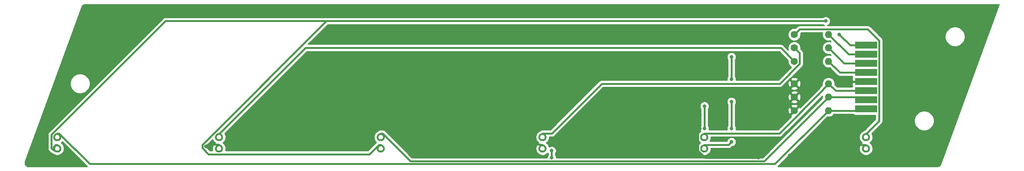
<source format=gbr>
%TF.GenerationSoftware,KiCad,Pcbnew,(5.1.10)-1*%
%TF.CreationDate,2022-02-25T01:57:39-05:00*%
%TF.ProjectId,chunair,6368756e-6169-4722-9e6b-696361645f70,rev?*%
%TF.SameCoordinates,Original*%
%TF.FileFunction,Copper,L2,Bot*%
%TF.FilePolarity,Positive*%
%FSLAX46Y46*%
G04 Gerber Fmt 4.6, Leading zero omitted, Abs format (unit mm)*
G04 Created by KiCad (PCBNEW (5.1.10)-1) date 2022-02-25 01:57:39*
%MOMM*%
%LPD*%
G01*
G04 APERTURE LIST*
%TA.AperFunction,ComponentPad*%
%ADD10O,1.600000X1.600000*%
%TD*%
%TA.AperFunction,ComponentPad*%
%ADD11C,1.600000*%
%TD*%
%TA.AperFunction,SMDPad,CuDef*%
%ADD12R,5.000000X1.500000*%
%TD*%
%TA.AperFunction,SMDPad,CuDef*%
%ADD13C,0.100000*%
%TD*%
%TA.AperFunction,ViaPad*%
%ADD14C,0.800000*%
%TD*%
%TA.AperFunction,Conductor*%
%ADD15C,0.381000*%
%TD*%
%TA.AperFunction,Conductor*%
%ADD16C,0.254000*%
%TD*%
%TA.AperFunction,Conductor*%
%ADD17C,0.100000*%
%TD*%
G04 APERTURE END LIST*
D10*
%TO.P,R6,2*%
%TO.N,/A10*%
X216620000Y-100000000D03*
D11*
%TO.P,R6,1*%
%TO.N,GND*%
X209000000Y-100000000D03*
%TD*%
D10*
%TO.P,R5,2*%
%TO.N,/6*%
X216620000Y-89000000D03*
D11*
%TO.P,R5,1*%
%TO.N,Net-(D5-Pad1)*%
X209000000Y-89000000D03*
%TD*%
D10*
%TO.P,R4,2*%
%TO.N,/A0*%
X216620000Y-103000000D03*
D11*
%TO.P,R4,1*%
%TO.N,GND*%
X209000000Y-103000000D03*
%TD*%
D10*
%TO.P,R3,2*%
%TO.N,/16*%
X216620000Y-92000000D03*
D11*
%TO.P,R3,1*%
%TO.N,Net-(D3-Pad1)*%
X209000000Y-92000000D03*
%TD*%
D10*
%TO.P,R2,2*%
%TO.N,/A2*%
X216620000Y-106000000D03*
D11*
%TO.P,R2,1*%
%TO.N,GND*%
X209000000Y-106000000D03*
%TD*%
D10*
%TO.P,R1,2*%
%TO.N,/14*%
X216620000Y-95000000D03*
D11*
%TO.P,R1,1*%
%TO.N,Net-(D1-Pad1)*%
X209000000Y-95000000D03*
%TD*%
D12*
%TO.P,J2,8*%
%TO.N,/A2*%
X225000000Y-105628000D03*
%TO.P,J2,7*%
%TO.N,/A0*%
X225000000Y-103596000D03*
%TO.P,J2,4*%
%TO.N,/14*%
X225000000Y-97500000D03*
%TO.P,J2,5*%
%TO.N,GND*%
X225000000Y-99532000D03*
%TO.P,J2,6*%
%TO.N,/A10*%
X225000000Y-101564000D03*
%TO.P,J2,2*%
%TO.N,/6*%
X225000000Y-93436000D03*
%TO.P,J2,3*%
%TO.N,/16*%
X225000000Y-95468000D03*
%TO.P,J2,1*%
%TO.N,+5V*%
X225000000Y-91404000D03*
%TD*%
%TA.AperFunction,SMDPad,CuDef*%
D13*
%TO.P,D6,4*%
%TO.N,GND*%
G36*
X224057324Y-114337627D02*
G01*
X224074555Y-114251002D01*
X224100193Y-114166483D01*
X224133993Y-114084884D01*
X224175627Y-114006992D01*
X224224696Y-113933555D01*
X224280727Y-113865281D01*
X224343180Y-113802828D01*
X224411454Y-113746797D01*
X224484891Y-113697728D01*
X224562783Y-113656094D01*
X224644382Y-113622294D01*
X224728901Y-113596656D01*
X224815526Y-113579425D01*
X224903422Y-113570768D01*
X224929211Y-113570768D01*
X224937769Y-113569925D01*
X224957397Y-113569925D01*
X224965955Y-113570768D01*
X224991744Y-113570768D01*
X225079640Y-113579425D01*
X225166265Y-113596656D01*
X225250784Y-113622294D01*
X225332383Y-113656094D01*
X225410275Y-113697728D01*
X225483712Y-113746797D01*
X225551986Y-113802828D01*
X225614439Y-113865281D01*
X225670470Y-113933555D01*
X225719539Y-114006992D01*
X225761173Y-114084884D01*
X225794973Y-114166483D01*
X225820611Y-114251002D01*
X225837842Y-114337627D01*
X225846499Y-114425523D01*
X225846499Y-114513845D01*
X225837842Y-114601741D01*
X225820611Y-114688366D01*
X225794973Y-114772885D01*
X225761173Y-114854484D01*
X225719539Y-114932376D01*
X225670470Y-115005813D01*
X225614439Y-115074087D01*
X225551986Y-115136540D01*
X225483712Y-115192571D01*
X225410275Y-115241640D01*
X225332383Y-115283274D01*
X225250784Y-115317074D01*
X225166265Y-115342712D01*
X225079640Y-115359943D01*
X224991744Y-115368600D01*
X224923049Y-115368600D01*
X224923049Y-114969082D01*
X224972117Y-114969082D01*
X225020948Y-114964272D01*
X225069073Y-114954700D01*
X225116028Y-114940456D01*
X225161361Y-114921679D01*
X225204634Y-114898548D01*
X225245433Y-114871288D01*
X225283362Y-114840160D01*
X225318059Y-114805463D01*
X225349187Y-114767534D01*
X225376447Y-114726735D01*
X225399578Y-114683462D01*
X225418355Y-114638129D01*
X225432599Y-114591174D01*
X225442171Y-114543049D01*
X225446981Y-114494218D01*
X225446981Y-114445150D01*
X225442171Y-114396319D01*
X225432599Y-114348194D01*
X225418355Y-114301239D01*
X225399578Y-114255906D01*
X225376447Y-114212633D01*
X225349187Y-114171834D01*
X225318059Y-114133905D01*
X225283362Y-114099208D01*
X225245433Y-114068080D01*
X225204634Y-114040820D01*
X225161361Y-114017689D01*
X225116028Y-113998912D01*
X225069073Y-113984668D01*
X225020948Y-113975096D01*
X224972117Y-113970286D01*
X224923049Y-113970286D01*
X224874218Y-113975096D01*
X224826093Y-113984668D01*
X224779138Y-113998912D01*
X224733805Y-114017689D01*
X224690532Y-114040820D01*
X224649733Y-114068080D01*
X224611804Y-114099208D01*
X224577107Y-114133905D01*
X224545979Y-114171834D01*
X224518719Y-114212633D01*
X224495588Y-114255906D01*
X224476811Y-114301239D01*
X224462567Y-114348194D01*
X224452995Y-114396319D01*
X224448185Y-114445150D01*
X224448185Y-114494218D01*
X224452995Y-114543049D01*
X224462567Y-114591174D01*
X224476811Y-114638129D01*
X224495588Y-114683462D01*
X224518719Y-114726735D01*
X224545979Y-114767534D01*
X224577107Y-114805463D01*
X224611804Y-114840160D01*
X224649733Y-114871288D01*
X224690532Y-114898548D01*
X224733805Y-114921679D01*
X224779138Y-114940456D01*
X224826093Y-114954700D01*
X224874218Y-114964272D01*
X224923049Y-114969082D01*
X224923049Y-115368600D01*
X224903422Y-115368600D01*
X224815526Y-115359943D01*
X224728901Y-115342712D01*
X224644382Y-115317074D01*
X224562783Y-115283274D01*
X224484891Y-115241640D01*
X224411454Y-115192571D01*
X224343180Y-115136540D01*
X224280727Y-115074087D01*
X224224696Y-115005813D01*
X224175627Y-114932376D01*
X224133993Y-114854484D01*
X224100193Y-114772885D01*
X224074555Y-114688366D01*
X224057324Y-114601741D01*
X224048667Y-114513845D01*
X224048667Y-114425523D01*
X224057324Y-114337627D01*
G37*
%TD.AperFunction*%
%TA.AperFunction,SMDPad,CuDef*%
%TO.P,D6,3*%
%TO.N,Net-(D5-Pad1)*%
G36*
X224057324Y-111797627D02*
G01*
X224074555Y-111711002D01*
X224100193Y-111626483D01*
X224133993Y-111544884D01*
X224175627Y-111466992D01*
X224224696Y-111393555D01*
X224280727Y-111325281D01*
X224343180Y-111262828D01*
X224411454Y-111206797D01*
X224484891Y-111157728D01*
X224562783Y-111116094D01*
X224644382Y-111082294D01*
X224728901Y-111056656D01*
X224815526Y-111039425D01*
X224903422Y-111030768D01*
X224929211Y-111030768D01*
X224937769Y-111029925D01*
X224957397Y-111029925D01*
X224965955Y-111030768D01*
X224991744Y-111030768D01*
X225079640Y-111039425D01*
X225166265Y-111056656D01*
X225250784Y-111082294D01*
X225332383Y-111116094D01*
X225410275Y-111157728D01*
X225483712Y-111206797D01*
X225551986Y-111262828D01*
X225614439Y-111325281D01*
X225670470Y-111393555D01*
X225719539Y-111466992D01*
X225761173Y-111544884D01*
X225794973Y-111626483D01*
X225820611Y-111711002D01*
X225837842Y-111797627D01*
X225846499Y-111885523D01*
X225846499Y-111973845D01*
X225837842Y-112061741D01*
X225820611Y-112148366D01*
X225794973Y-112232885D01*
X225761173Y-112314484D01*
X225719539Y-112392376D01*
X225670470Y-112465813D01*
X225614439Y-112534087D01*
X225551986Y-112596540D01*
X225483712Y-112652571D01*
X225410275Y-112701640D01*
X225332383Y-112743274D01*
X225250784Y-112777074D01*
X225166265Y-112802712D01*
X225079640Y-112819943D01*
X224991744Y-112828600D01*
X224923049Y-112828600D01*
X224923049Y-112429082D01*
X224972117Y-112429082D01*
X225020948Y-112424272D01*
X225069073Y-112414700D01*
X225116028Y-112400456D01*
X225161361Y-112381679D01*
X225204634Y-112358548D01*
X225245433Y-112331288D01*
X225283362Y-112300160D01*
X225318059Y-112265463D01*
X225349187Y-112227534D01*
X225376447Y-112186735D01*
X225399578Y-112143462D01*
X225418355Y-112098129D01*
X225432599Y-112051174D01*
X225442171Y-112003049D01*
X225446981Y-111954218D01*
X225446981Y-111905150D01*
X225442171Y-111856319D01*
X225432599Y-111808194D01*
X225418355Y-111761239D01*
X225399578Y-111715906D01*
X225376447Y-111672633D01*
X225349187Y-111631834D01*
X225318059Y-111593905D01*
X225283362Y-111559208D01*
X225245433Y-111528080D01*
X225204634Y-111500820D01*
X225161361Y-111477689D01*
X225116028Y-111458912D01*
X225069073Y-111444668D01*
X225020948Y-111435096D01*
X224972117Y-111430286D01*
X224923049Y-111430286D01*
X224874218Y-111435096D01*
X224826093Y-111444668D01*
X224779138Y-111458912D01*
X224733805Y-111477689D01*
X224690532Y-111500820D01*
X224649733Y-111528080D01*
X224611804Y-111559208D01*
X224577107Y-111593905D01*
X224545979Y-111631834D01*
X224518719Y-111672633D01*
X224495588Y-111715906D01*
X224476811Y-111761239D01*
X224462567Y-111808194D01*
X224452995Y-111856319D01*
X224448185Y-111905150D01*
X224448185Y-111954218D01*
X224452995Y-112003049D01*
X224462567Y-112051174D01*
X224476811Y-112098129D01*
X224495588Y-112143462D01*
X224518719Y-112186735D01*
X224545979Y-112227534D01*
X224577107Y-112265463D01*
X224611804Y-112300160D01*
X224649733Y-112331288D01*
X224690532Y-112358548D01*
X224733805Y-112381679D01*
X224779138Y-112400456D01*
X224826093Y-112414700D01*
X224874218Y-112424272D01*
X224923049Y-112429082D01*
X224923049Y-112828600D01*
X224903422Y-112828600D01*
X224815526Y-112819943D01*
X224728901Y-112802712D01*
X224644382Y-112777074D01*
X224562783Y-112743274D01*
X224484891Y-112701640D01*
X224411454Y-112652571D01*
X224343180Y-112596540D01*
X224280727Y-112534087D01*
X224224696Y-112465813D01*
X224175627Y-112392376D01*
X224133993Y-112314484D01*
X224100193Y-112232885D01*
X224074555Y-112148366D01*
X224057324Y-112061741D01*
X224048667Y-111973845D01*
X224048667Y-111885523D01*
X224057324Y-111797627D01*
G37*
%TD.AperFunction*%
%TD*%
%TA.AperFunction,SMDPad,CuDef*%
%TO.P,D5,4*%
%TO.N,+5V*%
G36*
X188057324Y-114337627D02*
G01*
X188074555Y-114251002D01*
X188100193Y-114166483D01*
X188133993Y-114084884D01*
X188175627Y-114006992D01*
X188224696Y-113933555D01*
X188280727Y-113865281D01*
X188343180Y-113802828D01*
X188411454Y-113746797D01*
X188484891Y-113697728D01*
X188562783Y-113656094D01*
X188644382Y-113622294D01*
X188728901Y-113596656D01*
X188815526Y-113579425D01*
X188903422Y-113570768D01*
X188929211Y-113570768D01*
X188937769Y-113569925D01*
X188957397Y-113569925D01*
X188965955Y-113570768D01*
X188991744Y-113570768D01*
X189079640Y-113579425D01*
X189166265Y-113596656D01*
X189250784Y-113622294D01*
X189332383Y-113656094D01*
X189410275Y-113697728D01*
X189483712Y-113746797D01*
X189551986Y-113802828D01*
X189614439Y-113865281D01*
X189670470Y-113933555D01*
X189719539Y-114006992D01*
X189761173Y-114084884D01*
X189794973Y-114166483D01*
X189820611Y-114251002D01*
X189837842Y-114337627D01*
X189846499Y-114425523D01*
X189846499Y-114513845D01*
X189837842Y-114601741D01*
X189820611Y-114688366D01*
X189794973Y-114772885D01*
X189761173Y-114854484D01*
X189719539Y-114932376D01*
X189670470Y-115005813D01*
X189614439Y-115074087D01*
X189551986Y-115136540D01*
X189483712Y-115192571D01*
X189410275Y-115241640D01*
X189332383Y-115283274D01*
X189250784Y-115317074D01*
X189166265Y-115342712D01*
X189079640Y-115359943D01*
X188991744Y-115368600D01*
X188923049Y-115368600D01*
X188923049Y-114969082D01*
X188972117Y-114969082D01*
X189020948Y-114964272D01*
X189069073Y-114954700D01*
X189116028Y-114940456D01*
X189161361Y-114921679D01*
X189204634Y-114898548D01*
X189245433Y-114871288D01*
X189283362Y-114840160D01*
X189318059Y-114805463D01*
X189349187Y-114767534D01*
X189376447Y-114726735D01*
X189399578Y-114683462D01*
X189418355Y-114638129D01*
X189432599Y-114591174D01*
X189442171Y-114543049D01*
X189446981Y-114494218D01*
X189446981Y-114445150D01*
X189442171Y-114396319D01*
X189432599Y-114348194D01*
X189418355Y-114301239D01*
X189399578Y-114255906D01*
X189376447Y-114212633D01*
X189349187Y-114171834D01*
X189318059Y-114133905D01*
X189283362Y-114099208D01*
X189245433Y-114068080D01*
X189204634Y-114040820D01*
X189161361Y-114017689D01*
X189116028Y-113998912D01*
X189069073Y-113984668D01*
X189020948Y-113975096D01*
X188972117Y-113970286D01*
X188923049Y-113970286D01*
X188874218Y-113975096D01*
X188826093Y-113984668D01*
X188779138Y-113998912D01*
X188733805Y-114017689D01*
X188690532Y-114040820D01*
X188649733Y-114068080D01*
X188611804Y-114099208D01*
X188577107Y-114133905D01*
X188545979Y-114171834D01*
X188518719Y-114212633D01*
X188495588Y-114255906D01*
X188476811Y-114301239D01*
X188462567Y-114348194D01*
X188452995Y-114396319D01*
X188448185Y-114445150D01*
X188448185Y-114494218D01*
X188452995Y-114543049D01*
X188462567Y-114591174D01*
X188476811Y-114638129D01*
X188495588Y-114683462D01*
X188518719Y-114726735D01*
X188545979Y-114767534D01*
X188577107Y-114805463D01*
X188611804Y-114840160D01*
X188649733Y-114871288D01*
X188690532Y-114898548D01*
X188733805Y-114921679D01*
X188779138Y-114940456D01*
X188826093Y-114954700D01*
X188874218Y-114964272D01*
X188923049Y-114969082D01*
X188923049Y-115368600D01*
X188903422Y-115368600D01*
X188815526Y-115359943D01*
X188728901Y-115342712D01*
X188644382Y-115317074D01*
X188562783Y-115283274D01*
X188484891Y-115241640D01*
X188411454Y-115192571D01*
X188343180Y-115136540D01*
X188280727Y-115074087D01*
X188224696Y-115005813D01*
X188175627Y-114932376D01*
X188133993Y-114854484D01*
X188100193Y-114772885D01*
X188074555Y-114688366D01*
X188057324Y-114601741D01*
X188048667Y-114513845D01*
X188048667Y-114425523D01*
X188057324Y-114337627D01*
G37*
%TD.AperFunction*%
%TA.AperFunction,SMDPad,CuDef*%
%TO.P,D5,3*%
%TO.N,/A10*%
G36*
X188057324Y-111797627D02*
G01*
X188074555Y-111711002D01*
X188100193Y-111626483D01*
X188133993Y-111544884D01*
X188175627Y-111466992D01*
X188224696Y-111393555D01*
X188280727Y-111325281D01*
X188343180Y-111262828D01*
X188411454Y-111206797D01*
X188484891Y-111157728D01*
X188562783Y-111116094D01*
X188644382Y-111082294D01*
X188728901Y-111056656D01*
X188815526Y-111039425D01*
X188903422Y-111030768D01*
X188929211Y-111030768D01*
X188937769Y-111029925D01*
X188957397Y-111029925D01*
X188965955Y-111030768D01*
X188991744Y-111030768D01*
X189079640Y-111039425D01*
X189166265Y-111056656D01*
X189250784Y-111082294D01*
X189332383Y-111116094D01*
X189410275Y-111157728D01*
X189483712Y-111206797D01*
X189551986Y-111262828D01*
X189614439Y-111325281D01*
X189670470Y-111393555D01*
X189719539Y-111466992D01*
X189761173Y-111544884D01*
X189794973Y-111626483D01*
X189820611Y-111711002D01*
X189837842Y-111797627D01*
X189846499Y-111885523D01*
X189846499Y-111973845D01*
X189837842Y-112061741D01*
X189820611Y-112148366D01*
X189794973Y-112232885D01*
X189761173Y-112314484D01*
X189719539Y-112392376D01*
X189670470Y-112465813D01*
X189614439Y-112534087D01*
X189551986Y-112596540D01*
X189483712Y-112652571D01*
X189410275Y-112701640D01*
X189332383Y-112743274D01*
X189250784Y-112777074D01*
X189166265Y-112802712D01*
X189079640Y-112819943D01*
X188991744Y-112828600D01*
X188923049Y-112828600D01*
X188923049Y-112429082D01*
X188972117Y-112429082D01*
X189020948Y-112424272D01*
X189069073Y-112414700D01*
X189116028Y-112400456D01*
X189161361Y-112381679D01*
X189204634Y-112358548D01*
X189245433Y-112331288D01*
X189283362Y-112300160D01*
X189318059Y-112265463D01*
X189349187Y-112227534D01*
X189376447Y-112186735D01*
X189399578Y-112143462D01*
X189418355Y-112098129D01*
X189432599Y-112051174D01*
X189442171Y-112003049D01*
X189446981Y-111954218D01*
X189446981Y-111905150D01*
X189442171Y-111856319D01*
X189432599Y-111808194D01*
X189418355Y-111761239D01*
X189399578Y-111715906D01*
X189376447Y-111672633D01*
X189349187Y-111631834D01*
X189318059Y-111593905D01*
X189283362Y-111559208D01*
X189245433Y-111528080D01*
X189204634Y-111500820D01*
X189161361Y-111477689D01*
X189116028Y-111458912D01*
X189069073Y-111444668D01*
X189020948Y-111435096D01*
X188972117Y-111430286D01*
X188923049Y-111430286D01*
X188874218Y-111435096D01*
X188826093Y-111444668D01*
X188779138Y-111458912D01*
X188733805Y-111477689D01*
X188690532Y-111500820D01*
X188649733Y-111528080D01*
X188611804Y-111559208D01*
X188577107Y-111593905D01*
X188545979Y-111631834D01*
X188518719Y-111672633D01*
X188495588Y-111715906D01*
X188476811Y-111761239D01*
X188462567Y-111808194D01*
X188452995Y-111856319D01*
X188448185Y-111905150D01*
X188448185Y-111954218D01*
X188452995Y-112003049D01*
X188462567Y-112051174D01*
X188476811Y-112098129D01*
X188495588Y-112143462D01*
X188518719Y-112186735D01*
X188545979Y-112227534D01*
X188577107Y-112265463D01*
X188611804Y-112300160D01*
X188649733Y-112331288D01*
X188690532Y-112358548D01*
X188733805Y-112381679D01*
X188779138Y-112400456D01*
X188826093Y-112414700D01*
X188874218Y-112424272D01*
X188923049Y-112429082D01*
X188923049Y-112828600D01*
X188903422Y-112828600D01*
X188815526Y-112819943D01*
X188728901Y-112802712D01*
X188644382Y-112777074D01*
X188562783Y-112743274D01*
X188484891Y-112701640D01*
X188411454Y-112652571D01*
X188343180Y-112596540D01*
X188280727Y-112534087D01*
X188224696Y-112465813D01*
X188175627Y-112392376D01*
X188133993Y-112314484D01*
X188100193Y-112232885D01*
X188074555Y-112148366D01*
X188057324Y-112061741D01*
X188048667Y-111973845D01*
X188048667Y-111885523D01*
X188057324Y-111797627D01*
G37*
%TD.AperFunction*%
%TD*%
%TA.AperFunction,SMDPad,CuDef*%
%TO.P,D4,4*%
%TO.N,GND*%
G36*
X152057324Y-114337627D02*
G01*
X152074555Y-114251002D01*
X152100193Y-114166483D01*
X152133993Y-114084884D01*
X152175627Y-114006992D01*
X152224696Y-113933555D01*
X152280727Y-113865281D01*
X152343180Y-113802828D01*
X152411454Y-113746797D01*
X152484891Y-113697728D01*
X152562783Y-113656094D01*
X152644382Y-113622294D01*
X152728901Y-113596656D01*
X152815526Y-113579425D01*
X152903422Y-113570768D01*
X152929211Y-113570768D01*
X152937769Y-113569925D01*
X152957397Y-113569925D01*
X152965955Y-113570768D01*
X152991744Y-113570768D01*
X153079640Y-113579425D01*
X153166265Y-113596656D01*
X153250784Y-113622294D01*
X153332383Y-113656094D01*
X153410275Y-113697728D01*
X153483712Y-113746797D01*
X153551986Y-113802828D01*
X153614439Y-113865281D01*
X153670470Y-113933555D01*
X153719539Y-114006992D01*
X153761173Y-114084884D01*
X153794973Y-114166483D01*
X153820611Y-114251002D01*
X153837842Y-114337627D01*
X153846499Y-114425523D01*
X153846499Y-114513845D01*
X153837842Y-114601741D01*
X153820611Y-114688366D01*
X153794973Y-114772885D01*
X153761173Y-114854484D01*
X153719539Y-114932376D01*
X153670470Y-115005813D01*
X153614439Y-115074087D01*
X153551986Y-115136540D01*
X153483712Y-115192571D01*
X153410275Y-115241640D01*
X153332383Y-115283274D01*
X153250784Y-115317074D01*
X153166265Y-115342712D01*
X153079640Y-115359943D01*
X152991744Y-115368600D01*
X152923049Y-115368600D01*
X152923049Y-114969082D01*
X152972117Y-114969082D01*
X153020948Y-114964272D01*
X153069073Y-114954700D01*
X153116028Y-114940456D01*
X153161361Y-114921679D01*
X153204634Y-114898548D01*
X153245433Y-114871288D01*
X153283362Y-114840160D01*
X153318059Y-114805463D01*
X153349187Y-114767534D01*
X153376447Y-114726735D01*
X153399578Y-114683462D01*
X153418355Y-114638129D01*
X153432599Y-114591174D01*
X153442171Y-114543049D01*
X153446981Y-114494218D01*
X153446981Y-114445150D01*
X153442171Y-114396319D01*
X153432599Y-114348194D01*
X153418355Y-114301239D01*
X153399578Y-114255906D01*
X153376447Y-114212633D01*
X153349187Y-114171834D01*
X153318059Y-114133905D01*
X153283362Y-114099208D01*
X153245433Y-114068080D01*
X153204634Y-114040820D01*
X153161361Y-114017689D01*
X153116028Y-113998912D01*
X153069073Y-113984668D01*
X153020948Y-113975096D01*
X152972117Y-113970286D01*
X152923049Y-113970286D01*
X152874218Y-113975096D01*
X152826093Y-113984668D01*
X152779138Y-113998912D01*
X152733805Y-114017689D01*
X152690532Y-114040820D01*
X152649733Y-114068080D01*
X152611804Y-114099208D01*
X152577107Y-114133905D01*
X152545979Y-114171834D01*
X152518719Y-114212633D01*
X152495588Y-114255906D01*
X152476811Y-114301239D01*
X152462567Y-114348194D01*
X152452995Y-114396319D01*
X152448185Y-114445150D01*
X152448185Y-114494218D01*
X152452995Y-114543049D01*
X152462567Y-114591174D01*
X152476811Y-114638129D01*
X152495588Y-114683462D01*
X152518719Y-114726735D01*
X152545979Y-114767534D01*
X152577107Y-114805463D01*
X152611804Y-114840160D01*
X152649733Y-114871288D01*
X152690532Y-114898548D01*
X152733805Y-114921679D01*
X152779138Y-114940456D01*
X152826093Y-114954700D01*
X152874218Y-114964272D01*
X152923049Y-114969082D01*
X152923049Y-115368600D01*
X152903422Y-115368600D01*
X152815526Y-115359943D01*
X152728901Y-115342712D01*
X152644382Y-115317074D01*
X152562783Y-115283274D01*
X152484891Y-115241640D01*
X152411454Y-115192571D01*
X152343180Y-115136540D01*
X152280727Y-115074087D01*
X152224696Y-115005813D01*
X152175627Y-114932376D01*
X152133993Y-114854484D01*
X152100193Y-114772885D01*
X152074555Y-114688366D01*
X152057324Y-114601741D01*
X152048667Y-114513845D01*
X152048667Y-114425523D01*
X152057324Y-114337627D01*
G37*
%TD.AperFunction*%
%TA.AperFunction,SMDPad,CuDef*%
%TO.P,D4,3*%
%TO.N,Net-(D3-Pad1)*%
G36*
X152057324Y-111797627D02*
G01*
X152074555Y-111711002D01*
X152100193Y-111626483D01*
X152133993Y-111544884D01*
X152175627Y-111466992D01*
X152224696Y-111393555D01*
X152280727Y-111325281D01*
X152343180Y-111262828D01*
X152411454Y-111206797D01*
X152484891Y-111157728D01*
X152562783Y-111116094D01*
X152644382Y-111082294D01*
X152728901Y-111056656D01*
X152815526Y-111039425D01*
X152903422Y-111030768D01*
X152929211Y-111030768D01*
X152937769Y-111029925D01*
X152957397Y-111029925D01*
X152965955Y-111030768D01*
X152991744Y-111030768D01*
X153079640Y-111039425D01*
X153166265Y-111056656D01*
X153250784Y-111082294D01*
X153332383Y-111116094D01*
X153410275Y-111157728D01*
X153483712Y-111206797D01*
X153551986Y-111262828D01*
X153614439Y-111325281D01*
X153670470Y-111393555D01*
X153719539Y-111466992D01*
X153761173Y-111544884D01*
X153794973Y-111626483D01*
X153820611Y-111711002D01*
X153837842Y-111797627D01*
X153846499Y-111885523D01*
X153846499Y-111973845D01*
X153837842Y-112061741D01*
X153820611Y-112148366D01*
X153794973Y-112232885D01*
X153761173Y-112314484D01*
X153719539Y-112392376D01*
X153670470Y-112465813D01*
X153614439Y-112534087D01*
X153551986Y-112596540D01*
X153483712Y-112652571D01*
X153410275Y-112701640D01*
X153332383Y-112743274D01*
X153250784Y-112777074D01*
X153166265Y-112802712D01*
X153079640Y-112819943D01*
X152991744Y-112828600D01*
X152923049Y-112828600D01*
X152923049Y-112429082D01*
X152972117Y-112429082D01*
X153020948Y-112424272D01*
X153069073Y-112414700D01*
X153116028Y-112400456D01*
X153161361Y-112381679D01*
X153204634Y-112358548D01*
X153245433Y-112331288D01*
X153283362Y-112300160D01*
X153318059Y-112265463D01*
X153349187Y-112227534D01*
X153376447Y-112186735D01*
X153399578Y-112143462D01*
X153418355Y-112098129D01*
X153432599Y-112051174D01*
X153442171Y-112003049D01*
X153446981Y-111954218D01*
X153446981Y-111905150D01*
X153442171Y-111856319D01*
X153432599Y-111808194D01*
X153418355Y-111761239D01*
X153399578Y-111715906D01*
X153376447Y-111672633D01*
X153349187Y-111631834D01*
X153318059Y-111593905D01*
X153283362Y-111559208D01*
X153245433Y-111528080D01*
X153204634Y-111500820D01*
X153161361Y-111477689D01*
X153116028Y-111458912D01*
X153069073Y-111444668D01*
X153020948Y-111435096D01*
X152972117Y-111430286D01*
X152923049Y-111430286D01*
X152874218Y-111435096D01*
X152826093Y-111444668D01*
X152779138Y-111458912D01*
X152733805Y-111477689D01*
X152690532Y-111500820D01*
X152649733Y-111528080D01*
X152611804Y-111559208D01*
X152577107Y-111593905D01*
X152545979Y-111631834D01*
X152518719Y-111672633D01*
X152495588Y-111715906D01*
X152476811Y-111761239D01*
X152462567Y-111808194D01*
X152452995Y-111856319D01*
X152448185Y-111905150D01*
X152448185Y-111954218D01*
X152452995Y-112003049D01*
X152462567Y-112051174D01*
X152476811Y-112098129D01*
X152495588Y-112143462D01*
X152518719Y-112186735D01*
X152545979Y-112227534D01*
X152577107Y-112265463D01*
X152611804Y-112300160D01*
X152649733Y-112331288D01*
X152690532Y-112358548D01*
X152733805Y-112381679D01*
X152779138Y-112400456D01*
X152826093Y-112414700D01*
X152874218Y-112424272D01*
X152923049Y-112429082D01*
X152923049Y-112828600D01*
X152903422Y-112828600D01*
X152815526Y-112819943D01*
X152728901Y-112802712D01*
X152644382Y-112777074D01*
X152562783Y-112743274D01*
X152484891Y-112701640D01*
X152411454Y-112652571D01*
X152343180Y-112596540D01*
X152280727Y-112534087D01*
X152224696Y-112465813D01*
X152175627Y-112392376D01*
X152133993Y-112314484D01*
X152100193Y-112232885D01*
X152074555Y-112148366D01*
X152057324Y-112061741D01*
X152048667Y-111973845D01*
X152048667Y-111885523D01*
X152057324Y-111797627D01*
G37*
%TD.AperFunction*%
%TD*%
%TA.AperFunction,SMDPad,CuDef*%
%TO.P,D3,4*%
%TO.N,+5V*%
G36*
X116057323Y-114337627D02*
G01*
X116074554Y-114251002D01*
X116100192Y-114166483D01*
X116133992Y-114084884D01*
X116175626Y-114006992D01*
X116224695Y-113933555D01*
X116280726Y-113865281D01*
X116343179Y-113802828D01*
X116411453Y-113746797D01*
X116484890Y-113697728D01*
X116562782Y-113656094D01*
X116644381Y-113622294D01*
X116728900Y-113596656D01*
X116815525Y-113579425D01*
X116903421Y-113570768D01*
X116929210Y-113570768D01*
X116937768Y-113569925D01*
X116957396Y-113569925D01*
X116965954Y-113570768D01*
X116991743Y-113570768D01*
X117079639Y-113579425D01*
X117166264Y-113596656D01*
X117250783Y-113622294D01*
X117332382Y-113656094D01*
X117410274Y-113697728D01*
X117483711Y-113746797D01*
X117551985Y-113802828D01*
X117614438Y-113865281D01*
X117670469Y-113933555D01*
X117719538Y-114006992D01*
X117761172Y-114084884D01*
X117794972Y-114166483D01*
X117820610Y-114251002D01*
X117837841Y-114337627D01*
X117846498Y-114425523D01*
X117846498Y-114513845D01*
X117837841Y-114601741D01*
X117820610Y-114688366D01*
X117794972Y-114772885D01*
X117761172Y-114854484D01*
X117719538Y-114932376D01*
X117670469Y-115005813D01*
X117614438Y-115074087D01*
X117551985Y-115136540D01*
X117483711Y-115192571D01*
X117410274Y-115241640D01*
X117332382Y-115283274D01*
X117250783Y-115317074D01*
X117166264Y-115342712D01*
X117079639Y-115359943D01*
X116991743Y-115368600D01*
X116923048Y-115368600D01*
X116923048Y-114969082D01*
X116972116Y-114969082D01*
X117020947Y-114964272D01*
X117069072Y-114954700D01*
X117116027Y-114940456D01*
X117161360Y-114921679D01*
X117204633Y-114898548D01*
X117245432Y-114871288D01*
X117283361Y-114840160D01*
X117318058Y-114805463D01*
X117349186Y-114767534D01*
X117376446Y-114726735D01*
X117399577Y-114683462D01*
X117418354Y-114638129D01*
X117432598Y-114591174D01*
X117442170Y-114543049D01*
X117446980Y-114494218D01*
X117446980Y-114445150D01*
X117442170Y-114396319D01*
X117432598Y-114348194D01*
X117418354Y-114301239D01*
X117399577Y-114255906D01*
X117376446Y-114212633D01*
X117349186Y-114171834D01*
X117318058Y-114133905D01*
X117283361Y-114099208D01*
X117245432Y-114068080D01*
X117204633Y-114040820D01*
X117161360Y-114017689D01*
X117116027Y-113998912D01*
X117069072Y-113984668D01*
X117020947Y-113975096D01*
X116972116Y-113970286D01*
X116923048Y-113970286D01*
X116874217Y-113975096D01*
X116826092Y-113984668D01*
X116779137Y-113998912D01*
X116733804Y-114017689D01*
X116690531Y-114040820D01*
X116649732Y-114068080D01*
X116611803Y-114099208D01*
X116577106Y-114133905D01*
X116545978Y-114171834D01*
X116518718Y-114212633D01*
X116495587Y-114255906D01*
X116476810Y-114301239D01*
X116462566Y-114348194D01*
X116452994Y-114396319D01*
X116448184Y-114445150D01*
X116448184Y-114494218D01*
X116452994Y-114543049D01*
X116462566Y-114591174D01*
X116476810Y-114638129D01*
X116495587Y-114683462D01*
X116518718Y-114726735D01*
X116545978Y-114767534D01*
X116577106Y-114805463D01*
X116611803Y-114840160D01*
X116649732Y-114871288D01*
X116690531Y-114898548D01*
X116733804Y-114921679D01*
X116779137Y-114940456D01*
X116826092Y-114954700D01*
X116874217Y-114964272D01*
X116923048Y-114969082D01*
X116923048Y-115368600D01*
X116903421Y-115368600D01*
X116815525Y-115359943D01*
X116728900Y-115342712D01*
X116644381Y-115317074D01*
X116562782Y-115283274D01*
X116484890Y-115241640D01*
X116411453Y-115192571D01*
X116343179Y-115136540D01*
X116280726Y-115074087D01*
X116224695Y-115005813D01*
X116175626Y-114932376D01*
X116133992Y-114854484D01*
X116100192Y-114772885D01*
X116074554Y-114688366D01*
X116057323Y-114601741D01*
X116048666Y-114513845D01*
X116048666Y-114425523D01*
X116057323Y-114337627D01*
G37*
%TD.AperFunction*%
%TA.AperFunction,SMDPad,CuDef*%
%TO.P,D3,3*%
%TO.N,/A0*%
G36*
X116057323Y-111797627D02*
G01*
X116074554Y-111711002D01*
X116100192Y-111626483D01*
X116133992Y-111544884D01*
X116175626Y-111466992D01*
X116224695Y-111393555D01*
X116280726Y-111325281D01*
X116343179Y-111262828D01*
X116411453Y-111206797D01*
X116484890Y-111157728D01*
X116562782Y-111116094D01*
X116644381Y-111082294D01*
X116728900Y-111056656D01*
X116815525Y-111039425D01*
X116903421Y-111030768D01*
X116929210Y-111030768D01*
X116937768Y-111029925D01*
X116957396Y-111029925D01*
X116965954Y-111030768D01*
X116991743Y-111030768D01*
X117079639Y-111039425D01*
X117166264Y-111056656D01*
X117250783Y-111082294D01*
X117332382Y-111116094D01*
X117410274Y-111157728D01*
X117483711Y-111206797D01*
X117551985Y-111262828D01*
X117614438Y-111325281D01*
X117670469Y-111393555D01*
X117719538Y-111466992D01*
X117761172Y-111544884D01*
X117794972Y-111626483D01*
X117820610Y-111711002D01*
X117837841Y-111797627D01*
X117846498Y-111885523D01*
X117846498Y-111973845D01*
X117837841Y-112061741D01*
X117820610Y-112148366D01*
X117794972Y-112232885D01*
X117761172Y-112314484D01*
X117719538Y-112392376D01*
X117670469Y-112465813D01*
X117614438Y-112534087D01*
X117551985Y-112596540D01*
X117483711Y-112652571D01*
X117410274Y-112701640D01*
X117332382Y-112743274D01*
X117250783Y-112777074D01*
X117166264Y-112802712D01*
X117079639Y-112819943D01*
X116991743Y-112828600D01*
X116923048Y-112828600D01*
X116923048Y-112429082D01*
X116972116Y-112429082D01*
X117020947Y-112424272D01*
X117069072Y-112414700D01*
X117116027Y-112400456D01*
X117161360Y-112381679D01*
X117204633Y-112358548D01*
X117245432Y-112331288D01*
X117283361Y-112300160D01*
X117318058Y-112265463D01*
X117349186Y-112227534D01*
X117376446Y-112186735D01*
X117399577Y-112143462D01*
X117418354Y-112098129D01*
X117432598Y-112051174D01*
X117442170Y-112003049D01*
X117446980Y-111954218D01*
X117446980Y-111905150D01*
X117442170Y-111856319D01*
X117432598Y-111808194D01*
X117418354Y-111761239D01*
X117399577Y-111715906D01*
X117376446Y-111672633D01*
X117349186Y-111631834D01*
X117318058Y-111593905D01*
X117283361Y-111559208D01*
X117245432Y-111528080D01*
X117204633Y-111500820D01*
X117161360Y-111477689D01*
X117116027Y-111458912D01*
X117069072Y-111444668D01*
X117020947Y-111435096D01*
X116972116Y-111430286D01*
X116923048Y-111430286D01*
X116874217Y-111435096D01*
X116826092Y-111444668D01*
X116779137Y-111458912D01*
X116733804Y-111477689D01*
X116690531Y-111500820D01*
X116649732Y-111528080D01*
X116611803Y-111559208D01*
X116577106Y-111593905D01*
X116545978Y-111631834D01*
X116518718Y-111672633D01*
X116495587Y-111715906D01*
X116476810Y-111761239D01*
X116462566Y-111808194D01*
X116452994Y-111856319D01*
X116448184Y-111905150D01*
X116448184Y-111954218D01*
X116452994Y-112003049D01*
X116462566Y-112051174D01*
X116476810Y-112098129D01*
X116495587Y-112143462D01*
X116518718Y-112186735D01*
X116545978Y-112227534D01*
X116577106Y-112265463D01*
X116611803Y-112300160D01*
X116649732Y-112331288D01*
X116690531Y-112358548D01*
X116733804Y-112381679D01*
X116779137Y-112400456D01*
X116826092Y-112414700D01*
X116874217Y-112424272D01*
X116923048Y-112429082D01*
X116923048Y-112828600D01*
X116903421Y-112828600D01*
X116815525Y-112819943D01*
X116728900Y-112802712D01*
X116644381Y-112777074D01*
X116562782Y-112743274D01*
X116484890Y-112701640D01*
X116411453Y-112652571D01*
X116343179Y-112596540D01*
X116280726Y-112534087D01*
X116224695Y-112465813D01*
X116175626Y-112392376D01*
X116133992Y-112314484D01*
X116100192Y-112232885D01*
X116074554Y-112148366D01*
X116057323Y-112061741D01*
X116048666Y-111973845D01*
X116048666Y-111885523D01*
X116057323Y-111797627D01*
G37*
%TD.AperFunction*%
%TD*%
%TA.AperFunction,SMDPad,CuDef*%
%TO.P,D2,4*%
%TO.N,GND*%
G36*
X80057324Y-114337627D02*
G01*
X80074555Y-114251002D01*
X80100193Y-114166483D01*
X80133993Y-114084884D01*
X80175627Y-114006992D01*
X80224696Y-113933555D01*
X80280727Y-113865281D01*
X80343180Y-113802828D01*
X80411454Y-113746797D01*
X80484891Y-113697728D01*
X80562783Y-113656094D01*
X80644382Y-113622294D01*
X80728901Y-113596656D01*
X80815526Y-113579425D01*
X80903422Y-113570768D01*
X80929211Y-113570768D01*
X80937769Y-113569925D01*
X80957397Y-113569925D01*
X80965955Y-113570768D01*
X80991744Y-113570768D01*
X81079640Y-113579425D01*
X81166265Y-113596656D01*
X81250784Y-113622294D01*
X81332383Y-113656094D01*
X81410275Y-113697728D01*
X81483712Y-113746797D01*
X81551986Y-113802828D01*
X81614439Y-113865281D01*
X81670470Y-113933555D01*
X81719539Y-114006992D01*
X81761173Y-114084884D01*
X81794973Y-114166483D01*
X81820611Y-114251002D01*
X81837842Y-114337627D01*
X81846499Y-114425523D01*
X81846499Y-114513845D01*
X81837842Y-114601741D01*
X81820611Y-114688366D01*
X81794973Y-114772885D01*
X81761173Y-114854484D01*
X81719539Y-114932376D01*
X81670470Y-115005813D01*
X81614439Y-115074087D01*
X81551986Y-115136540D01*
X81483712Y-115192571D01*
X81410275Y-115241640D01*
X81332383Y-115283274D01*
X81250784Y-115317074D01*
X81166265Y-115342712D01*
X81079640Y-115359943D01*
X80991744Y-115368600D01*
X80923049Y-115368600D01*
X80923049Y-114969082D01*
X80972117Y-114969082D01*
X81020948Y-114964272D01*
X81069073Y-114954700D01*
X81116028Y-114940456D01*
X81161361Y-114921679D01*
X81204634Y-114898548D01*
X81245433Y-114871288D01*
X81283362Y-114840160D01*
X81318059Y-114805463D01*
X81349187Y-114767534D01*
X81376447Y-114726735D01*
X81399578Y-114683462D01*
X81418355Y-114638129D01*
X81432599Y-114591174D01*
X81442171Y-114543049D01*
X81446981Y-114494218D01*
X81446981Y-114445150D01*
X81442171Y-114396319D01*
X81432599Y-114348194D01*
X81418355Y-114301239D01*
X81399578Y-114255906D01*
X81376447Y-114212633D01*
X81349187Y-114171834D01*
X81318059Y-114133905D01*
X81283362Y-114099208D01*
X81245433Y-114068080D01*
X81204634Y-114040820D01*
X81161361Y-114017689D01*
X81116028Y-113998912D01*
X81069073Y-113984668D01*
X81020948Y-113975096D01*
X80972117Y-113970286D01*
X80923049Y-113970286D01*
X80874218Y-113975096D01*
X80826093Y-113984668D01*
X80779138Y-113998912D01*
X80733805Y-114017689D01*
X80690532Y-114040820D01*
X80649733Y-114068080D01*
X80611804Y-114099208D01*
X80577107Y-114133905D01*
X80545979Y-114171834D01*
X80518719Y-114212633D01*
X80495588Y-114255906D01*
X80476811Y-114301239D01*
X80462567Y-114348194D01*
X80452995Y-114396319D01*
X80448185Y-114445150D01*
X80448185Y-114494218D01*
X80452995Y-114543049D01*
X80462567Y-114591174D01*
X80476811Y-114638129D01*
X80495588Y-114683462D01*
X80518719Y-114726735D01*
X80545979Y-114767534D01*
X80577107Y-114805463D01*
X80611804Y-114840160D01*
X80649733Y-114871288D01*
X80690532Y-114898548D01*
X80733805Y-114921679D01*
X80779138Y-114940456D01*
X80826093Y-114954700D01*
X80874218Y-114964272D01*
X80923049Y-114969082D01*
X80923049Y-115368600D01*
X80903422Y-115368600D01*
X80815526Y-115359943D01*
X80728901Y-115342712D01*
X80644382Y-115317074D01*
X80562783Y-115283274D01*
X80484891Y-115241640D01*
X80411454Y-115192571D01*
X80343180Y-115136540D01*
X80280727Y-115074087D01*
X80224696Y-115005813D01*
X80175627Y-114932376D01*
X80133993Y-114854484D01*
X80100193Y-114772885D01*
X80074555Y-114688366D01*
X80057324Y-114601741D01*
X80048667Y-114513845D01*
X80048667Y-114425523D01*
X80057324Y-114337627D01*
G37*
%TD.AperFunction*%
%TA.AperFunction,SMDPad,CuDef*%
%TO.P,D2,3*%
%TO.N,Net-(D1-Pad1)*%
G36*
X80057324Y-111797627D02*
G01*
X80074555Y-111711002D01*
X80100193Y-111626483D01*
X80133993Y-111544884D01*
X80175627Y-111466992D01*
X80224696Y-111393555D01*
X80280727Y-111325281D01*
X80343180Y-111262828D01*
X80411454Y-111206797D01*
X80484891Y-111157728D01*
X80562783Y-111116094D01*
X80644382Y-111082294D01*
X80728901Y-111056656D01*
X80815526Y-111039425D01*
X80903422Y-111030768D01*
X80929211Y-111030768D01*
X80937769Y-111029925D01*
X80957397Y-111029925D01*
X80965955Y-111030768D01*
X80991744Y-111030768D01*
X81079640Y-111039425D01*
X81166265Y-111056656D01*
X81250784Y-111082294D01*
X81332383Y-111116094D01*
X81410275Y-111157728D01*
X81483712Y-111206797D01*
X81551986Y-111262828D01*
X81614439Y-111325281D01*
X81670470Y-111393555D01*
X81719539Y-111466992D01*
X81761173Y-111544884D01*
X81794973Y-111626483D01*
X81820611Y-111711002D01*
X81837842Y-111797627D01*
X81846499Y-111885523D01*
X81846499Y-111973845D01*
X81837842Y-112061741D01*
X81820611Y-112148366D01*
X81794973Y-112232885D01*
X81761173Y-112314484D01*
X81719539Y-112392376D01*
X81670470Y-112465813D01*
X81614439Y-112534087D01*
X81551986Y-112596540D01*
X81483712Y-112652571D01*
X81410275Y-112701640D01*
X81332383Y-112743274D01*
X81250784Y-112777074D01*
X81166265Y-112802712D01*
X81079640Y-112819943D01*
X80991744Y-112828600D01*
X80923049Y-112828600D01*
X80923049Y-112429082D01*
X80972117Y-112429082D01*
X81020948Y-112424272D01*
X81069073Y-112414700D01*
X81116028Y-112400456D01*
X81161361Y-112381679D01*
X81204634Y-112358548D01*
X81245433Y-112331288D01*
X81283362Y-112300160D01*
X81318059Y-112265463D01*
X81349187Y-112227534D01*
X81376447Y-112186735D01*
X81399578Y-112143462D01*
X81418355Y-112098129D01*
X81432599Y-112051174D01*
X81442171Y-112003049D01*
X81446981Y-111954218D01*
X81446981Y-111905150D01*
X81442171Y-111856319D01*
X81432599Y-111808194D01*
X81418355Y-111761239D01*
X81399578Y-111715906D01*
X81376447Y-111672633D01*
X81349187Y-111631834D01*
X81318059Y-111593905D01*
X81283362Y-111559208D01*
X81245433Y-111528080D01*
X81204634Y-111500820D01*
X81161361Y-111477689D01*
X81116028Y-111458912D01*
X81069073Y-111444668D01*
X81020948Y-111435096D01*
X80972117Y-111430286D01*
X80923049Y-111430286D01*
X80874218Y-111435096D01*
X80826093Y-111444668D01*
X80779138Y-111458912D01*
X80733805Y-111477689D01*
X80690532Y-111500820D01*
X80649733Y-111528080D01*
X80611804Y-111559208D01*
X80577107Y-111593905D01*
X80545979Y-111631834D01*
X80518719Y-111672633D01*
X80495588Y-111715906D01*
X80476811Y-111761239D01*
X80462567Y-111808194D01*
X80452995Y-111856319D01*
X80448185Y-111905150D01*
X80448185Y-111954218D01*
X80452995Y-112003049D01*
X80462567Y-112051174D01*
X80476811Y-112098129D01*
X80495588Y-112143462D01*
X80518719Y-112186735D01*
X80545979Y-112227534D01*
X80577107Y-112265463D01*
X80611804Y-112300160D01*
X80649733Y-112331288D01*
X80690532Y-112358548D01*
X80733805Y-112381679D01*
X80779138Y-112400456D01*
X80826093Y-112414700D01*
X80874218Y-112424272D01*
X80923049Y-112429082D01*
X80923049Y-112828600D01*
X80903422Y-112828600D01*
X80815526Y-112819943D01*
X80728901Y-112802712D01*
X80644382Y-112777074D01*
X80562783Y-112743274D01*
X80484891Y-112701640D01*
X80411454Y-112652571D01*
X80343180Y-112596540D01*
X80280727Y-112534087D01*
X80224696Y-112465813D01*
X80175627Y-112392376D01*
X80133993Y-112314484D01*
X80100193Y-112232885D01*
X80074555Y-112148366D01*
X80057324Y-112061741D01*
X80048667Y-111973845D01*
X80048667Y-111885523D01*
X80057324Y-111797627D01*
G37*
%TD.AperFunction*%
%TD*%
%TA.AperFunction,SMDPad,CuDef*%
%TO.P,D1,4*%
%TO.N,+5V*%
G36*
X44057324Y-114337627D02*
G01*
X44074555Y-114251002D01*
X44100193Y-114166483D01*
X44133993Y-114084884D01*
X44175627Y-114006992D01*
X44224696Y-113933555D01*
X44280727Y-113865281D01*
X44343180Y-113802828D01*
X44411454Y-113746797D01*
X44484891Y-113697728D01*
X44562783Y-113656094D01*
X44644382Y-113622294D01*
X44728901Y-113596656D01*
X44815526Y-113579425D01*
X44903422Y-113570768D01*
X44929211Y-113570768D01*
X44937769Y-113569925D01*
X44957397Y-113569925D01*
X44965955Y-113570768D01*
X44991744Y-113570768D01*
X45079640Y-113579425D01*
X45166265Y-113596656D01*
X45250784Y-113622294D01*
X45332383Y-113656094D01*
X45410275Y-113697728D01*
X45483712Y-113746797D01*
X45551986Y-113802828D01*
X45614439Y-113865281D01*
X45670470Y-113933555D01*
X45719539Y-114006992D01*
X45761173Y-114084884D01*
X45794973Y-114166483D01*
X45820611Y-114251002D01*
X45837842Y-114337627D01*
X45846499Y-114425523D01*
X45846499Y-114513845D01*
X45837842Y-114601741D01*
X45820611Y-114688366D01*
X45794973Y-114772885D01*
X45761173Y-114854484D01*
X45719539Y-114932376D01*
X45670470Y-115005813D01*
X45614439Y-115074087D01*
X45551986Y-115136540D01*
X45483712Y-115192571D01*
X45410275Y-115241640D01*
X45332383Y-115283274D01*
X45250784Y-115317074D01*
X45166265Y-115342712D01*
X45079640Y-115359943D01*
X44991744Y-115368600D01*
X44923049Y-115368600D01*
X44923049Y-114969082D01*
X44972117Y-114969082D01*
X45020948Y-114964272D01*
X45069073Y-114954700D01*
X45116028Y-114940456D01*
X45161361Y-114921679D01*
X45204634Y-114898548D01*
X45245433Y-114871288D01*
X45283362Y-114840160D01*
X45318059Y-114805463D01*
X45349187Y-114767534D01*
X45376447Y-114726735D01*
X45399578Y-114683462D01*
X45418355Y-114638129D01*
X45432599Y-114591174D01*
X45442171Y-114543049D01*
X45446981Y-114494218D01*
X45446981Y-114445150D01*
X45442171Y-114396319D01*
X45432599Y-114348194D01*
X45418355Y-114301239D01*
X45399578Y-114255906D01*
X45376447Y-114212633D01*
X45349187Y-114171834D01*
X45318059Y-114133905D01*
X45283362Y-114099208D01*
X45245433Y-114068080D01*
X45204634Y-114040820D01*
X45161361Y-114017689D01*
X45116028Y-113998912D01*
X45069073Y-113984668D01*
X45020948Y-113975096D01*
X44972117Y-113970286D01*
X44923049Y-113970286D01*
X44874218Y-113975096D01*
X44826093Y-113984668D01*
X44779138Y-113998912D01*
X44733805Y-114017689D01*
X44690532Y-114040820D01*
X44649733Y-114068080D01*
X44611804Y-114099208D01*
X44577107Y-114133905D01*
X44545979Y-114171834D01*
X44518719Y-114212633D01*
X44495588Y-114255906D01*
X44476811Y-114301239D01*
X44462567Y-114348194D01*
X44452995Y-114396319D01*
X44448185Y-114445150D01*
X44448185Y-114494218D01*
X44452995Y-114543049D01*
X44462567Y-114591174D01*
X44476811Y-114638129D01*
X44495588Y-114683462D01*
X44518719Y-114726735D01*
X44545979Y-114767534D01*
X44577107Y-114805463D01*
X44611804Y-114840160D01*
X44649733Y-114871288D01*
X44690532Y-114898548D01*
X44733805Y-114921679D01*
X44779138Y-114940456D01*
X44826093Y-114954700D01*
X44874218Y-114964272D01*
X44923049Y-114969082D01*
X44923049Y-115368600D01*
X44903422Y-115368600D01*
X44815526Y-115359943D01*
X44728901Y-115342712D01*
X44644382Y-115317074D01*
X44562783Y-115283274D01*
X44484891Y-115241640D01*
X44411454Y-115192571D01*
X44343180Y-115136540D01*
X44280727Y-115074087D01*
X44224696Y-115005813D01*
X44175627Y-114932376D01*
X44133993Y-114854484D01*
X44100193Y-114772885D01*
X44074555Y-114688366D01*
X44057324Y-114601741D01*
X44048667Y-114513845D01*
X44048667Y-114425523D01*
X44057324Y-114337627D01*
G37*
%TD.AperFunction*%
%TA.AperFunction,SMDPad,CuDef*%
%TO.P,D1,3*%
%TO.N,/A2*%
G36*
X44057324Y-111797627D02*
G01*
X44074555Y-111711002D01*
X44100193Y-111626483D01*
X44133993Y-111544884D01*
X44175627Y-111466992D01*
X44224696Y-111393555D01*
X44280727Y-111325281D01*
X44343180Y-111262828D01*
X44411454Y-111206797D01*
X44484891Y-111157728D01*
X44562783Y-111116094D01*
X44644382Y-111082294D01*
X44728901Y-111056656D01*
X44815526Y-111039425D01*
X44903422Y-111030768D01*
X44929211Y-111030768D01*
X44937769Y-111029925D01*
X44957397Y-111029925D01*
X44965955Y-111030768D01*
X44991744Y-111030768D01*
X45079640Y-111039425D01*
X45166265Y-111056656D01*
X45250784Y-111082294D01*
X45332383Y-111116094D01*
X45410275Y-111157728D01*
X45483712Y-111206797D01*
X45551986Y-111262828D01*
X45614439Y-111325281D01*
X45670470Y-111393555D01*
X45719539Y-111466992D01*
X45761173Y-111544884D01*
X45794973Y-111626483D01*
X45820611Y-111711002D01*
X45837842Y-111797627D01*
X45846499Y-111885523D01*
X45846499Y-111973845D01*
X45837842Y-112061741D01*
X45820611Y-112148366D01*
X45794973Y-112232885D01*
X45761173Y-112314484D01*
X45719539Y-112392376D01*
X45670470Y-112465813D01*
X45614439Y-112534087D01*
X45551986Y-112596540D01*
X45483712Y-112652571D01*
X45410275Y-112701640D01*
X45332383Y-112743274D01*
X45250784Y-112777074D01*
X45166265Y-112802712D01*
X45079640Y-112819943D01*
X44991744Y-112828600D01*
X44923049Y-112828600D01*
X44923049Y-112429082D01*
X44972117Y-112429082D01*
X45020948Y-112424272D01*
X45069073Y-112414700D01*
X45116028Y-112400456D01*
X45161361Y-112381679D01*
X45204634Y-112358548D01*
X45245433Y-112331288D01*
X45283362Y-112300160D01*
X45318059Y-112265463D01*
X45349187Y-112227534D01*
X45376447Y-112186735D01*
X45399578Y-112143462D01*
X45418355Y-112098129D01*
X45432599Y-112051174D01*
X45442171Y-112003049D01*
X45446981Y-111954218D01*
X45446981Y-111905150D01*
X45442171Y-111856319D01*
X45432599Y-111808194D01*
X45418355Y-111761239D01*
X45399578Y-111715906D01*
X45376447Y-111672633D01*
X45349187Y-111631834D01*
X45318059Y-111593905D01*
X45283362Y-111559208D01*
X45245433Y-111528080D01*
X45204634Y-111500820D01*
X45161361Y-111477689D01*
X45116028Y-111458912D01*
X45069073Y-111444668D01*
X45020948Y-111435096D01*
X44972117Y-111430286D01*
X44923049Y-111430286D01*
X44874218Y-111435096D01*
X44826093Y-111444668D01*
X44779138Y-111458912D01*
X44733805Y-111477689D01*
X44690532Y-111500820D01*
X44649733Y-111528080D01*
X44611804Y-111559208D01*
X44577107Y-111593905D01*
X44545979Y-111631834D01*
X44518719Y-111672633D01*
X44495588Y-111715906D01*
X44476811Y-111761239D01*
X44462567Y-111808194D01*
X44452995Y-111856319D01*
X44448185Y-111905150D01*
X44448185Y-111954218D01*
X44452995Y-112003049D01*
X44462567Y-112051174D01*
X44476811Y-112098129D01*
X44495588Y-112143462D01*
X44518719Y-112186735D01*
X44545979Y-112227534D01*
X44577107Y-112265463D01*
X44611804Y-112300160D01*
X44649733Y-112331288D01*
X44690532Y-112358548D01*
X44733805Y-112381679D01*
X44779138Y-112400456D01*
X44826093Y-112414700D01*
X44874218Y-112424272D01*
X44923049Y-112429082D01*
X44923049Y-112828600D01*
X44903422Y-112828600D01*
X44815526Y-112819943D01*
X44728901Y-112802712D01*
X44644382Y-112777074D01*
X44562783Y-112743274D01*
X44484891Y-112701640D01*
X44411454Y-112652571D01*
X44343180Y-112596540D01*
X44280727Y-112534087D01*
X44224696Y-112465813D01*
X44175627Y-112392376D01*
X44133993Y-112314484D01*
X44100193Y-112232885D01*
X44074555Y-112148366D01*
X44057324Y-112061741D01*
X44048667Y-111973845D01*
X44048667Y-111885523D01*
X44057324Y-111797627D01*
G37*
%TD.AperFunction*%
%TD*%
D14*
%TO.N,+5V*%
X155000000Y-116546360D03*
X155000000Y-114965360D03*
X219000000Y-89000000D03*
X216000000Y-86000000D03*
X195000000Y-94000000D03*
X195000000Y-99000000D03*
X195000000Y-104000000D03*
X195000000Y-110000000D03*
X195000000Y-113000000D03*
%TO.N,GND*%
X188000000Y-107000000D03*
X188000000Y-110000000D03*
X78000000Y-114000000D03*
X150000000Y-114000000D03*
X201000000Y-116546361D03*
X208000000Y-116000000D03*
%TO.N,Net-(D5-Pad1)*%
X189000000Y-105000000D03*
X189000000Y-110000000D03*
%TD*%
D15*
%TO.N,+5V*%
X155000000Y-116546360D02*
X155000000Y-114965360D01*
X221404000Y-91404000D02*
X219000000Y-89000000D01*
X225000000Y-91404000D02*
X221404000Y-91404000D01*
X44544142Y-113629183D02*
X44947583Y-113629183D01*
X44107082Y-114066243D02*
X44544142Y-113629183D01*
X44107082Y-114873125D02*
X44107082Y-114066243D01*
X43661407Y-114427450D02*
X44107082Y-114873125D01*
X43661407Y-111396931D02*
X43661407Y-114427450D01*
X69058338Y-86000000D02*
X43661407Y-111396931D01*
X114417464Y-115755860D02*
X116544141Y-113629183D01*
X78585918Y-115755860D02*
X114417464Y-115755860D01*
X77209499Y-113620559D02*
X77209499Y-114379441D01*
X77209499Y-114379441D02*
X78585918Y-115755860D01*
X104830058Y-86000000D02*
X77209499Y-113620559D01*
X119000000Y-86000000D02*
X104830058Y-86000000D01*
X116544141Y-113629183D02*
X116947582Y-113629183D01*
X119000000Y-86000000D02*
X69058338Y-86000000D01*
X216000000Y-86000000D02*
X119000000Y-86000000D01*
X195000000Y-94000000D02*
X195000000Y-99000000D01*
X195000000Y-104000000D02*
X195000000Y-110000000D01*
X194370817Y-113629183D02*
X188947583Y-113629183D01*
X195000000Y-113000000D02*
X194370817Y-113629183D01*
%TO.N,GND*%
X188000000Y-107000000D02*
X188000000Y-110000000D01*
X80807082Y-113629183D02*
X80947583Y-113629183D01*
X80777900Y-113600001D02*
X80807082Y-113629183D01*
X78399999Y-113600001D02*
X80777900Y-113600001D01*
X78000000Y-114000000D02*
X78399999Y-113600001D01*
X152629183Y-113629183D02*
X152947583Y-113629183D01*
X152600001Y-113600001D02*
X152629183Y-113629183D01*
X150399999Y-113600001D02*
X152600001Y-113600001D01*
X150000000Y-114000000D02*
X150399999Y-113600001D01*
X189205330Y-116546361D02*
X201000000Y-116546361D01*
X187600001Y-114941032D02*
X189205330Y-116546361D01*
X187600001Y-110399999D02*
X187600001Y-114941032D01*
X188000000Y-110000000D02*
X187600001Y-110399999D01*
X210370817Y-113629183D02*
X224947583Y-113629183D01*
X208000000Y-116000000D02*
X210370817Y-113629183D01*
%TO.N,Net-(D1-Pad1)*%
X81088084Y-111089183D02*
X80947583Y-111089183D01*
X100177267Y-92000000D02*
X81088084Y-111089183D01*
X206000000Y-92000000D02*
X100177267Y-92000000D01*
X209000000Y-95000000D02*
X206000000Y-92000000D01*
%TO.N,/A2*%
X224628000Y-106000000D02*
X225000000Y-105628000D01*
X216620000Y-106000000D02*
X224628000Y-106000000D01*
X45351024Y-111089183D02*
X44947583Y-111089183D01*
X52179711Y-117917870D02*
X45351024Y-111089183D01*
X204702130Y-117917870D02*
X52179711Y-117917870D01*
X216620000Y-106000000D02*
X204702130Y-117917870D01*
%TO.N,Net-(D3-Pad1)*%
X210190501Y-95571441D02*
X205761942Y-100000000D01*
X210190501Y-93190501D02*
X210190501Y-95571441D01*
X209000000Y-92000000D02*
X210190501Y-93190501D01*
X155032026Y-111089183D02*
X152947583Y-111089183D01*
X166121209Y-100000000D02*
X155032026Y-111089183D01*
X205761942Y-100000000D02*
X166121209Y-100000000D01*
%TO.N,/A0*%
X224404000Y-103000000D02*
X225000000Y-103596000D01*
X216620000Y-103000000D02*
X224404000Y-103000000D01*
X117351023Y-111089183D02*
X116947582Y-111089183D01*
X123598701Y-117336861D02*
X117351023Y-111089183D01*
X202283139Y-117336861D02*
X123598701Y-117336861D01*
X216620000Y-103000000D02*
X202283139Y-117336861D01*
%TO.N,/A10*%
X218184000Y-101564000D02*
X225000000Y-101564000D01*
X216620000Y-100000000D02*
X218184000Y-101564000D01*
X205672759Y-111089183D02*
X188947583Y-111089183D01*
X215429499Y-101332443D02*
X205672759Y-111089183D01*
X215429499Y-101190501D02*
X215429499Y-101332443D01*
X216620000Y-100000000D02*
X215429499Y-101190501D01*
%TO.N,Net-(D5-Pad1)*%
X225088084Y-111089183D02*
X224947583Y-111089183D01*
X227890501Y-108286766D02*
X225088084Y-111089183D01*
X227890501Y-90341599D02*
X227890501Y-108286766D01*
X225358401Y-87809499D02*
X227890501Y-90341599D01*
X210190501Y-87809499D02*
X225358401Y-87809499D01*
X209000000Y-89000000D02*
X210190501Y-87809499D01*
X189000000Y-105000000D02*
X189000000Y-110000000D01*
%TO.N,/14*%
X219120000Y-97500000D02*
X225000000Y-97500000D01*
X216620000Y-95000000D02*
X219120000Y-97500000D01*
%TO.N,/6*%
X221056000Y-93436000D02*
X225000000Y-93436000D01*
X216620000Y-89000000D02*
X221056000Y-93436000D01*
%TO.N,/16*%
X220088000Y-95468000D02*
X225000000Y-95468000D01*
X216620000Y-92000000D02*
X220088000Y-95468000D01*
%TD*%
D16*
%TO.N,GND*%
X241599810Y-117927551D02*
X241519990Y-118094148D01*
X241430964Y-118213151D01*
X241320527Y-118312590D01*
X241192869Y-118388689D01*
X241052868Y-118438541D01*
X240879032Y-118464210D01*
X240859650Y-118464684D01*
X205322748Y-118464684D01*
X216373376Y-107414057D01*
X216478665Y-107435000D01*
X216761335Y-107435000D01*
X217038574Y-107379853D01*
X217299727Y-107271680D01*
X217534759Y-107114637D01*
X217734637Y-106914759D01*
X217794278Y-106825500D01*
X222045791Y-106825500D01*
X222048815Y-106829185D01*
X222145506Y-106908537D01*
X222255820Y-106967502D01*
X222375518Y-107003812D01*
X222500000Y-107016072D01*
X227065002Y-107016072D01*
X227065002Y-107944832D01*
X224711762Y-110298073D01*
X224630149Y-110322830D01*
X224486741Y-110399484D01*
X224361042Y-110502642D01*
X224348747Y-110517624D01*
X224279147Y-110546453D01*
X224168832Y-110605418D01*
X224022135Y-110703438D01*
X223925444Y-110782790D01*
X223800689Y-110907545D01*
X223721337Y-111004236D01*
X223623317Y-111150933D01*
X223564352Y-111261248D01*
X223496835Y-111424249D01*
X223460525Y-111543946D01*
X223426105Y-111716987D01*
X223413845Y-111841469D01*
X223413845Y-112017899D01*
X223426105Y-112142381D01*
X223460525Y-112315422D01*
X223496835Y-112435119D01*
X223564352Y-112598120D01*
X223623317Y-112708435D01*
X223721337Y-112855132D01*
X223800689Y-112951823D01*
X223925444Y-113076578D01*
X224022135Y-113155930D01*
X224087617Y-113199684D01*
X224022135Y-113243438D01*
X223925444Y-113322790D01*
X223800689Y-113447545D01*
X223721337Y-113544236D01*
X223623317Y-113690933D01*
X223564352Y-113801248D01*
X223496835Y-113964249D01*
X223460525Y-114083946D01*
X223426105Y-114256987D01*
X223413845Y-114381469D01*
X223413845Y-114557899D01*
X223426105Y-114682381D01*
X223460525Y-114855422D01*
X223496835Y-114975119D01*
X223564352Y-115138120D01*
X223623317Y-115248435D01*
X223721337Y-115395132D01*
X223800689Y-115491823D01*
X223925444Y-115616578D01*
X224022135Y-115695930D01*
X224168832Y-115793950D01*
X224279147Y-115852915D01*
X224442148Y-115920432D01*
X224561845Y-115956742D01*
X224734886Y-115991162D01*
X224859368Y-116003422D01*
X225035798Y-116003422D01*
X225160280Y-115991162D01*
X225333321Y-115956742D01*
X225453018Y-115920432D01*
X225616019Y-115852915D01*
X225726334Y-115793950D01*
X225873031Y-115695930D01*
X225969722Y-115616578D01*
X226094477Y-115491823D01*
X226173829Y-115395132D01*
X226271849Y-115248435D01*
X226330814Y-115138120D01*
X226398331Y-114975119D01*
X226434641Y-114855422D01*
X226469061Y-114682381D01*
X226481321Y-114557899D01*
X226481321Y-114381469D01*
X226469061Y-114256987D01*
X226434641Y-114083946D01*
X226398331Y-113964249D01*
X226330814Y-113801248D01*
X226271849Y-113690933D01*
X226173829Y-113544236D01*
X226094477Y-113447545D01*
X225969722Y-113322790D01*
X225873031Y-113243438D01*
X225807549Y-113199684D01*
X225873031Y-113155930D01*
X225969722Y-113076578D01*
X226094477Y-112951823D01*
X226173829Y-112855132D01*
X226271849Y-112708435D01*
X226330814Y-112598120D01*
X226398331Y-112435119D01*
X226434641Y-112315422D01*
X226469061Y-112142381D01*
X226481321Y-112017899D01*
X226481321Y-111841469D01*
X226469061Y-111716987D01*
X226434641Y-111543946D01*
X226398331Y-111424249D01*
X226330814Y-111261248D01*
X226271849Y-111150933D01*
X226240573Y-111104126D01*
X228445540Y-108899160D01*
X228477042Y-108873307D01*
X228529678Y-108809170D01*
X228580200Y-108747609D01*
X228656854Y-108604200D01*
X228704057Y-108448592D01*
X228716001Y-108327319D01*
X228716001Y-108327317D01*
X228719995Y-108286767D01*
X228716001Y-108246216D01*
X228716001Y-108070992D01*
X235673020Y-108070992D01*
X235673020Y-108511248D01*
X235758910Y-108943045D01*
X235927389Y-109349789D01*
X236171982Y-109715849D01*
X236483291Y-110027158D01*
X236849351Y-110271751D01*
X237256095Y-110440230D01*
X237687892Y-110526120D01*
X238128148Y-110526120D01*
X238559945Y-110440230D01*
X238966689Y-110271751D01*
X239332749Y-110027158D01*
X239644058Y-109715849D01*
X239888651Y-109349789D01*
X240057130Y-108943045D01*
X240143020Y-108511248D01*
X240143020Y-108070992D01*
X240057130Y-107639195D01*
X239888651Y-107232451D01*
X239644058Y-106866391D01*
X239332749Y-106555082D01*
X238966689Y-106310489D01*
X238559945Y-106142010D01*
X238128148Y-106056120D01*
X237687892Y-106056120D01*
X237256095Y-106142010D01*
X236849351Y-106310489D01*
X236483291Y-106555082D01*
X236171982Y-106866391D01*
X235927389Y-107232451D01*
X235758910Y-107639195D01*
X235673020Y-108070992D01*
X228716001Y-108070992D01*
X228716001Y-90382149D01*
X228719995Y-90341598D01*
X228715849Y-90299506D01*
X228704057Y-90179773D01*
X228656854Y-90024165D01*
X228580201Y-89880758D01*
X228580200Y-89880756D01*
X228502892Y-89786557D01*
X228477042Y-89755058D01*
X228445542Y-89729207D01*
X227993474Y-89277139D01*
X242513423Y-89277139D01*
X242513423Y-89717395D01*
X242599313Y-90149192D01*
X242767792Y-90555936D01*
X243012385Y-90921996D01*
X243323694Y-91233305D01*
X243689754Y-91477898D01*
X244096498Y-91646377D01*
X244528295Y-91732267D01*
X244968551Y-91732267D01*
X245400348Y-91646377D01*
X245807092Y-91477898D01*
X246173152Y-91233305D01*
X246484461Y-90921996D01*
X246729054Y-90555936D01*
X246897533Y-90149192D01*
X246983423Y-89717395D01*
X246983423Y-89277139D01*
X246897533Y-88845342D01*
X246729054Y-88438598D01*
X246484461Y-88072538D01*
X246173152Y-87761229D01*
X245807092Y-87516636D01*
X245400348Y-87348157D01*
X244968551Y-87262267D01*
X244528295Y-87262267D01*
X244096498Y-87348157D01*
X243689754Y-87516636D01*
X243323694Y-87761229D01*
X243012385Y-88072538D01*
X242767792Y-88438598D01*
X242599313Y-88845342D01*
X242513423Y-89277139D01*
X227993474Y-89277139D01*
X225970799Y-87254465D01*
X225944942Y-87222958D01*
X225819243Y-87119800D01*
X225675835Y-87043146D01*
X225520227Y-86995943D01*
X225398954Y-86983999D01*
X225398951Y-86983999D01*
X225358401Y-86980005D01*
X225317851Y-86983999D01*
X216329002Y-86983999D01*
X216490256Y-86917205D01*
X216659774Y-86803937D01*
X216803937Y-86659774D01*
X216917205Y-86490256D01*
X216995226Y-86301898D01*
X217035000Y-86101939D01*
X217035000Y-85898061D01*
X216995226Y-85698102D01*
X216917205Y-85509744D01*
X216803937Y-85340226D01*
X216659774Y-85196063D01*
X216490256Y-85082795D01*
X216301898Y-85004774D01*
X216101939Y-84965000D01*
X215898061Y-84965000D01*
X215698102Y-85004774D01*
X215509744Y-85082795D01*
X215372497Y-85174500D01*
X104870608Y-85174500D01*
X104830057Y-85170506D01*
X104789507Y-85174500D01*
X69098888Y-85174500D01*
X69058337Y-85170506D01*
X69017787Y-85174500D01*
X69017785Y-85174500D01*
X68896512Y-85186444D01*
X68740904Y-85233647D01*
X68647449Y-85283601D01*
X68597495Y-85310301D01*
X68561032Y-85340226D01*
X68471797Y-85413459D01*
X68445945Y-85444960D01*
X43106373Y-110784533D01*
X43074866Y-110810390D01*
X43005621Y-110894766D01*
X42971708Y-110936089D01*
X42935283Y-111004236D01*
X42895054Y-111079498D01*
X42847851Y-111235106D01*
X42835907Y-111356378D01*
X42831913Y-111396931D01*
X42835907Y-111437482D01*
X42835908Y-114386890D01*
X42831913Y-114427450D01*
X42847852Y-114589276D01*
X42895054Y-114744883D01*
X42971708Y-114888292D01*
X43006233Y-114930360D01*
X43074867Y-115013991D01*
X43106368Y-115039843D01*
X43494689Y-115428165D01*
X43520541Y-115459666D01*
X43646240Y-115562824D01*
X43789648Y-115639478D01*
X43945256Y-115686681D01*
X44019812Y-115694024D01*
X44022135Y-115695930D01*
X44168832Y-115793950D01*
X44279147Y-115852915D01*
X44442148Y-115920432D01*
X44561845Y-115956742D01*
X44734886Y-115991162D01*
X44859368Y-116003422D01*
X45035798Y-116003422D01*
X45160280Y-115991162D01*
X45333321Y-115956742D01*
X45453018Y-115920432D01*
X45616019Y-115852915D01*
X45726334Y-115793950D01*
X45873031Y-115695930D01*
X45969722Y-115616578D01*
X46094477Y-115491823D01*
X46173829Y-115395132D01*
X46271849Y-115248435D01*
X46330814Y-115138120D01*
X46398331Y-114975119D01*
X46434641Y-114855422D01*
X46469061Y-114682381D01*
X46481321Y-114557899D01*
X46481321Y-114381469D01*
X46469061Y-114256987D01*
X46434641Y-114083946D01*
X46398331Y-113964249D01*
X46330814Y-113801248D01*
X46271849Y-113690933D01*
X46173829Y-113544236D01*
X46094477Y-113447545D01*
X45969722Y-113322790D01*
X45873031Y-113243438D01*
X45807549Y-113199684D01*
X45873031Y-113155930D01*
X45969722Y-113076578D01*
X46070354Y-112975946D01*
X51559091Y-118464684D01*
X38556862Y-118464684D01*
X38373015Y-118446658D01*
X38230739Y-118403702D01*
X38099525Y-118333934D01*
X37984356Y-118240005D01*
X37889625Y-118125494D01*
X37818942Y-117994769D01*
X37774995Y-117852800D01*
X37759461Y-117704998D01*
X37773516Y-117550554D01*
X37812150Y-117410293D01*
X44229098Y-99779872D01*
X47765000Y-99779872D01*
X47765000Y-100220128D01*
X47850890Y-100651925D01*
X48019369Y-101058669D01*
X48263962Y-101424729D01*
X48575271Y-101736038D01*
X48941331Y-101980631D01*
X49348075Y-102149110D01*
X49779872Y-102235000D01*
X50220128Y-102235000D01*
X50651925Y-102149110D01*
X51058669Y-101980631D01*
X51424729Y-101736038D01*
X51736038Y-101424729D01*
X51980631Y-101058669D01*
X52149110Y-100651925D01*
X52235000Y-100220128D01*
X52235000Y-99779872D01*
X52149110Y-99348075D01*
X51980631Y-98941331D01*
X51736038Y-98575271D01*
X51424729Y-98263962D01*
X51058669Y-98019369D01*
X50651925Y-97850890D01*
X50220128Y-97765000D01*
X49779872Y-97765000D01*
X49348075Y-97850890D01*
X48941331Y-98019369D01*
X48575271Y-98263962D01*
X48263962Y-98575271D01*
X48019369Y-98941331D01*
X47850890Y-99348075D01*
X47765000Y-99779872D01*
X44229098Y-99779872D01*
X50387121Y-82860845D01*
X50466944Y-82694242D01*
X50555970Y-82575238D01*
X50666408Y-82475798D01*
X50794065Y-82399700D01*
X50934066Y-82349847D01*
X51107901Y-82324178D01*
X51127284Y-82323704D01*
X254558549Y-82323704D01*
X241599810Y-117927551D01*
%TA.AperFunction,Conductor*%
D17*
G36*
X241599810Y-117927551D02*
G01*
X241519990Y-118094148D01*
X241430964Y-118213151D01*
X241320527Y-118312590D01*
X241192869Y-118388689D01*
X241052868Y-118438541D01*
X240879032Y-118464210D01*
X240859650Y-118464684D01*
X205322748Y-118464684D01*
X216373376Y-107414057D01*
X216478665Y-107435000D01*
X216761335Y-107435000D01*
X217038574Y-107379853D01*
X217299727Y-107271680D01*
X217534759Y-107114637D01*
X217734637Y-106914759D01*
X217794278Y-106825500D01*
X222045791Y-106825500D01*
X222048815Y-106829185D01*
X222145506Y-106908537D01*
X222255820Y-106967502D01*
X222375518Y-107003812D01*
X222500000Y-107016072D01*
X227065002Y-107016072D01*
X227065002Y-107944832D01*
X224711762Y-110298073D01*
X224630149Y-110322830D01*
X224486741Y-110399484D01*
X224361042Y-110502642D01*
X224348747Y-110517624D01*
X224279147Y-110546453D01*
X224168832Y-110605418D01*
X224022135Y-110703438D01*
X223925444Y-110782790D01*
X223800689Y-110907545D01*
X223721337Y-111004236D01*
X223623317Y-111150933D01*
X223564352Y-111261248D01*
X223496835Y-111424249D01*
X223460525Y-111543946D01*
X223426105Y-111716987D01*
X223413845Y-111841469D01*
X223413845Y-112017899D01*
X223426105Y-112142381D01*
X223460525Y-112315422D01*
X223496835Y-112435119D01*
X223564352Y-112598120D01*
X223623317Y-112708435D01*
X223721337Y-112855132D01*
X223800689Y-112951823D01*
X223925444Y-113076578D01*
X224022135Y-113155930D01*
X224087617Y-113199684D01*
X224022135Y-113243438D01*
X223925444Y-113322790D01*
X223800689Y-113447545D01*
X223721337Y-113544236D01*
X223623317Y-113690933D01*
X223564352Y-113801248D01*
X223496835Y-113964249D01*
X223460525Y-114083946D01*
X223426105Y-114256987D01*
X223413845Y-114381469D01*
X223413845Y-114557899D01*
X223426105Y-114682381D01*
X223460525Y-114855422D01*
X223496835Y-114975119D01*
X223564352Y-115138120D01*
X223623317Y-115248435D01*
X223721337Y-115395132D01*
X223800689Y-115491823D01*
X223925444Y-115616578D01*
X224022135Y-115695930D01*
X224168832Y-115793950D01*
X224279147Y-115852915D01*
X224442148Y-115920432D01*
X224561845Y-115956742D01*
X224734886Y-115991162D01*
X224859368Y-116003422D01*
X225035798Y-116003422D01*
X225160280Y-115991162D01*
X225333321Y-115956742D01*
X225453018Y-115920432D01*
X225616019Y-115852915D01*
X225726334Y-115793950D01*
X225873031Y-115695930D01*
X225969722Y-115616578D01*
X226094477Y-115491823D01*
X226173829Y-115395132D01*
X226271849Y-115248435D01*
X226330814Y-115138120D01*
X226398331Y-114975119D01*
X226434641Y-114855422D01*
X226469061Y-114682381D01*
X226481321Y-114557899D01*
X226481321Y-114381469D01*
X226469061Y-114256987D01*
X226434641Y-114083946D01*
X226398331Y-113964249D01*
X226330814Y-113801248D01*
X226271849Y-113690933D01*
X226173829Y-113544236D01*
X226094477Y-113447545D01*
X225969722Y-113322790D01*
X225873031Y-113243438D01*
X225807549Y-113199684D01*
X225873031Y-113155930D01*
X225969722Y-113076578D01*
X226094477Y-112951823D01*
X226173829Y-112855132D01*
X226271849Y-112708435D01*
X226330814Y-112598120D01*
X226398331Y-112435119D01*
X226434641Y-112315422D01*
X226469061Y-112142381D01*
X226481321Y-112017899D01*
X226481321Y-111841469D01*
X226469061Y-111716987D01*
X226434641Y-111543946D01*
X226398331Y-111424249D01*
X226330814Y-111261248D01*
X226271849Y-111150933D01*
X226240573Y-111104126D01*
X228445540Y-108899160D01*
X228477042Y-108873307D01*
X228529678Y-108809170D01*
X228580200Y-108747609D01*
X228656854Y-108604200D01*
X228704057Y-108448592D01*
X228716001Y-108327319D01*
X228716001Y-108327317D01*
X228719995Y-108286767D01*
X228716001Y-108246216D01*
X228716001Y-108070992D01*
X235673020Y-108070992D01*
X235673020Y-108511248D01*
X235758910Y-108943045D01*
X235927389Y-109349789D01*
X236171982Y-109715849D01*
X236483291Y-110027158D01*
X236849351Y-110271751D01*
X237256095Y-110440230D01*
X237687892Y-110526120D01*
X238128148Y-110526120D01*
X238559945Y-110440230D01*
X238966689Y-110271751D01*
X239332749Y-110027158D01*
X239644058Y-109715849D01*
X239888651Y-109349789D01*
X240057130Y-108943045D01*
X240143020Y-108511248D01*
X240143020Y-108070992D01*
X240057130Y-107639195D01*
X239888651Y-107232451D01*
X239644058Y-106866391D01*
X239332749Y-106555082D01*
X238966689Y-106310489D01*
X238559945Y-106142010D01*
X238128148Y-106056120D01*
X237687892Y-106056120D01*
X237256095Y-106142010D01*
X236849351Y-106310489D01*
X236483291Y-106555082D01*
X236171982Y-106866391D01*
X235927389Y-107232451D01*
X235758910Y-107639195D01*
X235673020Y-108070992D01*
X228716001Y-108070992D01*
X228716001Y-90382149D01*
X228719995Y-90341598D01*
X228715849Y-90299506D01*
X228704057Y-90179773D01*
X228656854Y-90024165D01*
X228580201Y-89880758D01*
X228580200Y-89880756D01*
X228502892Y-89786557D01*
X228477042Y-89755058D01*
X228445542Y-89729207D01*
X227993474Y-89277139D01*
X242513423Y-89277139D01*
X242513423Y-89717395D01*
X242599313Y-90149192D01*
X242767792Y-90555936D01*
X243012385Y-90921996D01*
X243323694Y-91233305D01*
X243689754Y-91477898D01*
X244096498Y-91646377D01*
X244528295Y-91732267D01*
X244968551Y-91732267D01*
X245400348Y-91646377D01*
X245807092Y-91477898D01*
X246173152Y-91233305D01*
X246484461Y-90921996D01*
X246729054Y-90555936D01*
X246897533Y-90149192D01*
X246983423Y-89717395D01*
X246983423Y-89277139D01*
X246897533Y-88845342D01*
X246729054Y-88438598D01*
X246484461Y-88072538D01*
X246173152Y-87761229D01*
X245807092Y-87516636D01*
X245400348Y-87348157D01*
X244968551Y-87262267D01*
X244528295Y-87262267D01*
X244096498Y-87348157D01*
X243689754Y-87516636D01*
X243323694Y-87761229D01*
X243012385Y-88072538D01*
X242767792Y-88438598D01*
X242599313Y-88845342D01*
X242513423Y-89277139D01*
X227993474Y-89277139D01*
X225970799Y-87254465D01*
X225944942Y-87222958D01*
X225819243Y-87119800D01*
X225675835Y-87043146D01*
X225520227Y-86995943D01*
X225398954Y-86983999D01*
X225398951Y-86983999D01*
X225358401Y-86980005D01*
X225317851Y-86983999D01*
X216329002Y-86983999D01*
X216490256Y-86917205D01*
X216659774Y-86803937D01*
X216803937Y-86659774D01*
X216917205Y-86490256D01*
X216995226Y-86301898D01*
X217035000Y-86101939D01*
X217035000Y-85898061D01*
X216995226Y-85698102D01*
X216917205Y-85509744D01*
X216803937Y-85340226D01*
X216659774Y-85196063D01*
X216490256Y-85082795D01*
X216301898Y-85004774D01*
X216101939Y-84965000D01*
X215898061Y-84965000D01*
X215698102Y-85004774D01*
X215509744Y-85082795D01*
X215372497Y-85174500D01*
X104870608Y-85174500D01*
X104830057Y-85170506D01*
X104789507Y-85174500D01*
X69098888Y-85174500D01*
X69058337Y-85170506D01*
X69017787Y-85174500D01*
X69017785Y-85174500D01*
X68896512Y-85186444D01*
X68740904Y-85233647D01*
X68647449Y-85283601D01*
X68597495Y-85310301D01*
X68561032Y-85340226D01*
X68471797Y-85413459D01*
X68445945Y-85444960D01*
X43106373Y-110784533D01*
X43074866Y-110810390D01*
X43005621Y-110894766D01*
X42971708Y-110936089D01*
X42935283Y-111004236D01*
X42895054Y-111079498D01*
X42847851Y-111235106D01*
X42835907Y-111356378D01*
X42831913Y-111396931D01*
X42835907Y-111437482D01*
X42835908Y-114386890D01*
X42831913Y-114427450D01*
X42847852Y-114589276D01*
X42895054Y-114744883D01*
X42971708Y-114888292D01*
X43006233Y-114930360D01*
X43074867Y-115013991D01*
X43106368Y-115039843D01*
X43494689Y-115428165D01*
X43520541Y-115459666D01*
X43646240Y-115562824D01*
X43789648Y-115639478D01*
X43945256Y-115686681D01*
X44019812Y-115694024D01*
X44022135Y-115695930D01*
X44168832Y-115793950D01*
X44279147Y-115852915D01*
X44442148Y-115920432D01*
X44561845Y-115956742D01*
X44734886Y-115991162D01*
X44859368Y-116003422D01*
X45035798Y-116003422D01*
X45160280Y-115991162D01*
X45333321Y-115956742D01*
X45453018Y-115920432D01*
X45616019Y-115852915D01*
X45726334Y-115793950D01*
X45873031Y-115695930D01*
X45969722Y-115616578D01*
X46094477Y-115491823D01*
X46173829Y-115395132D01*
X46271849Y-115248435D01*
X46330814Y-115138120D01*
X46398331Y-114975119D01*
X46434641Y-114855422D01*
X46469061Y-114682381D01*
X46481321Y-114557899D01*
X46481321Y-114381469D01*
X46469061Y-114256987D01*
X46434641Y-114083946D01*
X46398331Y-113964249D01*
X46330814Y-113801248D01*
X46271849Y-113690933D01*
X46173829Y-113544236D01*
X46094477Y-113447545D01*
X45969722Y-113322790D01*
X45873031Y-113243438D01*
X45807549Y-113199684D01*
X45873031Y-113155930D01*
X45969722Y-113076578D01*
X46070354Y-112975946D01*
X51559091Y-118464684D01*
X38556862Y-118464684D01*
X38373015Y-118446658D01*
X38230739Y-118403702D01*
X38099525Y-118333934D01*
X37984356Y-118240005D01*
X37889625Y-118125494D01*
X37818942Y-117994769D01*
X37774995Y-117852800D01*
X37759461Y-117704998D01*
X37773516Y-117550554D01*
X37812150Y-117410293D01*
X44229098Y-99779872D01*
X47765000Y-99779872D01*
X47765000Y-100220128D01*
X47850890Y-100651925D01*
X48019369Y-101058669D01*
X48263962Y-101424729D01*
X48575271Y-101736038D01*
X48941331Y-101980631D01*
X49348075Y-102149110D01*
X49779872Y-102235000D01*
X50220128Y-102235000D01*
X50651925Y-102149110D01*
X51058669Y-101980631D01*
X51424729Y-101736038D01*
X51736038Y-101424729D01*
X51980631Y-101058669D01*
X52149110Y-100651925D01*
X52235000Y-100220128D01*
X52235000Y-99779872D01*
X52149110Y-99348075D01*
X51980631Y-98941331D01*
X51736038Y-98575271D01*
X51424729Y-98263962D01*
X51058669Y-98019369D01*
X50651925Y-97850890D01*
X50220128Y-97765000D01*
X49779872Y-97765000D01*
X49348075Y-97850890D01*
X48941331Y-98019369D01*
X48575271Y-98263962D01*
X48263962Y-98575271D01*
X48019369Y-98941331D01*
X47850890Y-99348075D01*
X47765000Y-99779872D01*
X44229098Y-99779872D01*
X50387121Y-82860845D01*
X50466944Y-82694242D01*
X50555970Y-82575238D01*
X50666408Y-82475798D01*
X50794065Y-82399700D01*
X50934066Y-82349847D01*
X51107901Y-82324178D01*
X51127284Y-82323704D01*
X254558549Y-82323704D01*
X241599810Y-117927551D01*
G37*
%TD.AperFunction*%
D16*
X215509744Y-86917205D02*
X215670998Y-86983999D01*
X210231051Y-86983999D01*
X210190501Y-86980005D01*
X210149950Y-86983999D01*
X210149948Y-86983999D01*
X210028675Y-86995943D01*
X209899921Y-87035000D01*
X209873067Y-87043146D01*
X209729658Y-87119800D01*
X209635459Y-87197107D01*
X209635458Y-87197108D01*
X209603960Y-87222958D01*
X209578112Y-87254454D01*
X209246623Y-87585943D01*
X209141335Y-87565000D01*
X208858665Y-87565000D01*
X208581426Y-87620147D01*
X208320273Y-87728320D01*
X208085241Y-87885363D01*
X207885363Y-88085241D01*
X207728320Y-88320273D01*
X207620147Y-88581426D01*
X207565000Y-88858665D01*
X207565000Y-89141335D01*
X207620147Y-89418574D01*
X207728320Y-89679727D01*
X207885363Y-89914759D01*
X208085241Y-90114637D01*
X208320273Y-90271680D01*
X208581426Y-90379853D01*
X208858665Y-90435000D01*
X209141335Y-90435000D01*
X209418574Y-90379853D01*
X209679727Y-90271680D01*
X209914759Y-90114637D01*
X210114637Y-89914759D01*
X210271680Y-89679727D01*
X210379853Y-89418574D01*
X210435000Y-89141335D01*
X210435000Y-88858665D01*
X210414057Y-88753377D01*
X210532435Y-88634999D01*
X215229491Y-88634999D01*
X215185000Y-88858665D01*
X215185000Y-89141335D01*
X215240147Y-89418574D01*
X215348320Y-89679727D01*
X215505363Y-89914759D01*
X215705241Y-90114637D01*
X215940273Y-90271680D01*
X216201426Y-90379853D01*
X216478665Y-90435000D01*
X216761335Y-90435000D01*
X216866624Y-90414056D01*
X217096856Y-90644288D01*
X217038574Y-90620147D01*
X216761335Y-90565000D01*
X216478665Y-90565000D01*
X216201426Y-90620147D01*
X215940273Y-90728320D01*
X215705241Y-90885363D01*
X215505363Y-91085241D01*
X215348320Y-91320273D01*
X215240147Y-91581426D01*
X215185000Y-91858665D01*
X215185000Y-92141335D01*
X215240147Y-92418574D01*
X215348320Y-92679727D01*
X215505363Y-92914759D01*
X215705241Y-93114637D01*
X215940273Y-93271680D01*
X216201426Y-93379853D01*
X216478665Y-93435000D01*
X216761335Y-93435000D01*
X216866624Y-93414056D01*
X217096855Y-93644288D01*
X217038574Y-93620147D01*
X216761335Y-93565000D01*
X216478665Y-93565000D01*
X216201426Y-93620147D01*
X215940273Y-93728320D01*
X215705241Y-93885363D01*
X215505363Y-94085241D01*
X215348320Y-94320273D01*
X215240147Y-94581426D01*
X215185000Y-94858665D01*
X215185000Y-95141335D01*
X215240147Y-95418574D01*
X215348320Y-95679727D01*
X215505363Y-95914759D01*
X215705241Y-96114637D01*
X215940273Y-96271680D01*
X216201426Y-96379853D01*
X216478665Y-96435000D01*
X216761335Y-96435000D01*
X216866624Y-96414056D01*
X218507611Y-98055045D01*
X218533459Y-98086541D01*
X218564955Y-98112389D01*
X218564958Y-98112392D01*
X218659157Y-98189699D01*
X218771972Y-98250000D01*
X218802566Y-98266353D01*
X218958174Y-98313556D01*
X219079447Y-98325500D01*
X219079449Y-98325500D01*
X219120000Y-98329494D01*
X219160550Y-98325500D01*
X221869364Y-98325500D01*
X221874188Y-98374482D01*
X221910498Y-98494180D01*
X221922161Y-98516000D01*
X221910498Y-98537820D01*
X221874188Y-98657518D01*
X221861928Y-98782000D01*
X221865000Y-99246250D01*
X222023750Y-99405000D01*
X224873000Y-99405000D01*
X224873000Y-99385000D01*
X225127000Y-99385000D01*
X225127000Y-99405000D01*
X225147000Y-99405000D01*
X225147000Y-99659000D01*
X225127000Y-99659000D01*
X225127000Y-99679000D01*
X224873000Y-99679000D01*
X224873000Y-99659000D01*
X222023750Y-99659000D01*
X221865000Y-99817750D01*
X221861928Y-100282000D01*
X221874188Y-100406482D01*
X221910498Y-100526180D01*
X221922161Y-100548000D01*
X221910498Y-100569820D01*
X221874188Y-100689518D01*
X221869364Y-100738500D01*
X218525933Y-100738500D01*
X218034056Y-100246624D01*
X218055000Y-100141335D01*
X218055000Y-99858665D01*
X217999853Y-99581426D01*
X217891680Y-99320273D01*
X217734637Y-99085241D01*
X217534759Y-98885363D01*
X217299727Y-98728320D01*
X217038574Y-98620147D01*
X216761335Y-98565000D01*
X216478665Y-98565000D01*
X216201426Y-98620147D01*
X215940273Y-98728320D01*
X215705241Y-98885363D01*
X215505363Y-99085241D01*
X215348320Y-99320273D01*
X215240147Y-99581426D01*
X215185000Y-99858665D01*
X215185000Y-100141335D01*
X215205944Y-100246624D01*
X214874464Y-100578103D01*
X214842958Y-100603960D01*
X214773713Y-100688336D01*
X214739800Y-100729659D01*
X214694956Y-100813556D01*
X214663146Y-100873068D01*
X214637762Y-100956747D01*
X210271278Y-105323232D01*
X210236671Y-105258486D01*
X209992702Y-105186903D01*
X209179605Y-106000000D01*
X209193748Y-106014143D01*
X209014143Y-106193748D01*
X209000000Y-106179605D01*
X208186903Y-106992702D01*
X208258486Y-107236671D01*
X208325927Y-107268582D01*
X205330827Y-110263683D01*
X196002827Y-110263683D01*
X196035000Y-110101939D01*
X196035000Y-109898061D01*
X195995226Y-109698102D01*
X195917205Y-109509744D01*
X195825500Y-109372497D01*
X195825500Y-106070512D01*
X207559783Y-106070512D01*
X207601213Y-106350130D01*
X207696397Y-106616292D01*
X207763329Y-106741514D01*
X208007298Y-106813097D01*
X208820395Y-106000000D01*
X208007298Y-105186903D01*
X207763329Y-105258486D01*
X207642429Y-105513996D01*
X207573700Y-105788184D01*
X207559783Y-106070512D01*
X195825500Y-106070512D01*
X195825500Y-105007298D01*
X208186903Y-105007298D01*
X209000000Y-105820395D01*
X209813097Y-105007298D01*
X209741514Y-104763329D01*
X209486004Y-104642429D01*
X209211816Y-104573700D01*
X208929488Y-104559783D01*
X208649870Y-104601213D01*
X208383708Y-104696397D01*
X208258486Y-104763329D01*
X208186903Y-105007298D01*
X195825500Y-105007298D01*
X195825500Y-104627503D01*
X195917205Y-104490256D01*
X195995226Y-104301898D01*
X196035000Y-104101939D01*
X196035000Y-103992702D01*
X208186903Y-103992702D01*
X208258486Y-104236671D01*
X208513996Y-104357571D01*
X208788184Y-104426300D01*
X209070512Y-104440217D01*
X209350130Y-104398787D01*
X209616292Y-104303603D01*
X209741514Y-104236671D01*
X209813097Y-103992702D01*
X209000000Y-103179605D01*
X208186903Y-103992702D01*
X196035000Y-103992702D01*
X196035000Y-103898061D01*
X195995226Y-103698102D01*
X195917205Y-103509744D01*
X195803937Y-103340226D01*
X195659774Y-103196063D01*
X195490256Y-103082795D01*
X195460603Y-103070512D01*
X207559783Y-103070512D01*
X207601213Y-103350130D01*
X207696397Y-103616292D01*
X207763329Y-103741514D01*
X208007298Y-103813097D01*
X208820395Y-103000000D01*
X209179605Y-103000000D01*
X209992702Y-103813097D01*
X210236671Y-103741514D01*
X210357571Y-103486004D01*
X210426300Y-103211816D01*
X210440217Y-102929488D01*
X210398787Y-102649870D01*
X210303603Y-102383708D01*
X210236671Y-102258486D01*
X209992702Y-102186903D01*
X209179605Y-103000000D01*
X208820395Y-103000000D01*
X208007298Y-102186903D01*
X207763329Y-102258486D01*
X207642429Y-102513996D01*
X207573700Y-102788184D01*
X207559783Y-103070512D01*
X195460603Y-103070512D01*
X195301898Y-103004774D01*
X195101939Y-102965000D01*
X194898061Y-102965000D01*
X194698102Y-103004774D01*
X194509744Y-103082795D01*
X194340226Y-103196063D01*
X194196063Y-103340226D01*
X194082795Y-103509744D01*
X194004774Y-103698102D01*
X193965000Y-103898061D01*
X193965000Y-104101939D01*
X194004774Y-104301898D01*
X194082795Y-104490256D01*
X194174500Y-104627503D01*
X194174501Y-109372496D01*
X194082795Y-109509744D01*
X194004774Y-109698102D01*
X193965000Y-109898061D01*
X193965000Y-110101939D01*
X193997173Y-110263683D01*
X190002827Y-110263683D01*
X190035000Y-110101939D01*
X190035000Y-109898061D01*
X189995226Y-109698102D01*
X189917205Y-109509744D01*
X189825500Y-109372497D01*
X189825500Y-105627503D01*
X189917205Y-105490256D01*
X189995226Y-105301898D01*
X190035000Y-105101939D01*
X190035000Y-104898061D01*
X189995226Y-104698102D01*
X189917205Y-104509744D01*
X189803937Y-104340226D01*
X189659774Y-104196063D01*
X189490256Y-104082795D01*
X189301898Y-104004774D01*
X189101939Y-103965000D01*
X188898061Y-103965000D01*
X188698102Y-104004774D01*
X188509744Y-104082795D01*
X188340226Y-104196063D01*
X188196063Y-104340226D01*
X188082795Y-104509744D01*
X188004774Y-104698102D01*
X187965000Y-104898061D01*
X187965000Y-105101939D01*
X188004774Y-105301898D01*
X188082795Y-105490256D01*
X188174500Y-105627503D01*
X188174501Y-109372496D01*
X188082795Y-109509744D01*
X188004774Y-109698102D01*
X187965000Y-109898061D01*
X187965000Y-110101939D01*
X188004774Y-110301898D01*
X188082795Y-110490256D01*
X188162549Y-110609616D01*
X188022135Y-110703438D01*
X187925444Y-110782790D01*
X187800689Y-110907545D01*
X187721337Y-111004236D01*
X187623317Y-111150933D01*
X187564352Y-111261248D01*
X187496835Y-111424249D01*
X187460525Y-111543946D01*
X187426105Y-111716987D01*
X187413845Y-111841469D01*
X187413845Y-112017899D01*
X187426105Y-112142381D01*
X187460525Y-112315422D01*
X187496835Y-112435119D01*
X187564352Y-112598120D01*
X187623317Y-112708435D01*
X187721337Y-112855132D01*
X187800689Y-112951823D01*
X187925444Y-113076578D01*
X188022135Y-113155930D01*
X188087617Y-113199684D01*
X188022135Y-113243438D01*
X187925444Y-113322790D01*
X187800689Y-113447545D01*
X187721337Y-113544236D01*
X187623317Y-113690933D01*
X187564352Y-113801248D01*
X187496835Y-113964249D01*
X187460525Y-114083946D01*
X187426105Y-114256987D01*
X187413845Y-114381469D01*
X187413845Y-114557899D01*
X187426105Y-114682381D01*
X187460525Y-114855422D01*
X187496835Y-114975119D01*
X187564352Y-115138120D01*
X187623317Y-115248435D01*
X187721337Y-115395132D01*
X187800689Y-115491823D01*
X187925444Y-115616578D01*
X188022135Y-115695930D01*
X188168832Y-115793950D01*
X188279147Y-115852915D01*
X188442148Y-115920432D01*
X188561845Y-115956742D01*
X188734886Y-115991162D01*
X188859368Y-116003422D01*
X189035798Y-116003422D01*
X189160280Y-115991162D01*
X189333321Y-115956742D01*
X189453018Y-115920432D01*
X189616019Y-115852915D01*
X189726334Y-115793950D01*
X189873031Y-115695930D01*
X189969722Y-115616578D01*
X190094477Y-115491823D01*
X190173829Y-115395132D01*
X190271849Y-115248435D01*
X190330814Y-115138120D01*
X190398331Y-114975119D01*
X190434641Y-114855422D01*
X190469061Y-114682381D01*
X190481321Y-114557899D01*
X190481321Y-114454683D01*
X194330267Y-114454683D01*
X194370817Y-114458677D01*
X194411367Y-114454683D01*
X194411370Y-114454683D01*
X194532643Y-114442739D01*
X194688251Y-114395536D01*
X194831659Y-114318882D01*
X194957358Y-114215724D01*
X194983215Y-114184217D01*
X195140004Y-114027428D01*
X195301898Y-113995226D01*
X195490256Y-113917205D01*
X195659774Y-113803937D01*
X195803937Y-113659774D01*
X195917205Y-113490256D01*
X195995226Y-113301898D01*
X196035000Y-113101939D01*
X196035000Y-112898061D01*
X195995226Y-112698102D01*
X195917205Y-112509744D01*
X195803937Y-112340226D01*
X195659774Y-112196063D01*
X195490256Y-112082795D01*
X195301898Y-112004774D01*
X195101939Y-111965000D01*
X194898061Y-111965000D01*
X194698102Y-112004774D01*
X194509744Y-112082795D01*
X194340226Y-112196063D01*
X194196063Y-112340226D01*
X194082795Y-112509744D01*
X194004774Y-112698102D01*
X193983773Y-112803683D01*
X190208206Y-112803683D01*
X190271849Y-112708435D01*
X190330814Y-112598120D01*
X190398331Y-112435119D01*
X190434641Y-112315422D01*
X190469061Y-112142381D01*
X190481321Y-112017899D01*
X190481321Y-111914683D01*
X205632209Y-111914683D01*
X205672759Y-111918677D01*
X205713309Y-111914683D01*
X205713312Y-111914683D01*
X205834585Y-111902739D01*
X205990193Y-111855536D01*
X206133601Y-111778882D01*
X206259300Y-111675724D01*
X206285157Y-111644217D01*
X215213379Y-102715996D01*
X215185000Y-102858665D01*
X215185000Y-103141335D01*
X215205943Y-103246624D01*
X201941207Y-116511361D01*
X156035000Y-116511361D01*
X156035000Y-116444421D01*
X155995226Y-116244462D01*
X155917205Y-116056104D01*
X155825500Y-115918857D01*
X155825500Y-115592863D01*
X155917205Y-115455616D01*
X155995226Y-115267258D01*
X156035000Y-115067299D01*
X156035000Y-114863421D01*
X155995226Y-114663462D01*
X155917205Y-114475104D01*
X155803937Y-114305586D01*
X155659774Y-114161423D01*
X155490256Y-114048155D01*
X155301898Y-113970134D01*
X155101939Y-113930360D01*
X154898061Y-113930360D01*
X154698102Y-113970134D01*
X154509744Y-114048155D01*
X154437168Y-114096649D01*
X154434641Y-114083946D01*
X154398331Y-113964249D01*
X154330814Y-113801248D01*
X154271849Y-113690933D01*
X154173829Y-113544236D01*
X154094477Y-113447545D01*
X153969722Y-113322790D01*
X153873031Y-113243438D01*
X153807549Y-113199684D01*
X153873031Y-113155930D01*
X153969722Y-113076578D01*
X154094477Y-112951823D01*
X154173829Y-112855132D01*
X154271849Y-112708435D01*
X154330814Y-112598120D01*
X154398331Y-112435119D01*
X154434641Y-112315422D01*
X154469061Y-112142381D01*
X154481321Y-112017899D01*
X154481321Y-111914683D01*
X154991476Y-111914683D01*
X155032026Y-111918677D01*
X155072576Y-111914683D01*
X155072579Y-111914683D01*
X155193852Y-111902739D01*
X155349460Y-111855536D01*
X155492868Y-111778882D01*
X155618567Y-111675724D01*
X155644424Y-111644217D01*
X165281343Y-102007298D01*
X208186903Y-102007298D01*
X209000000Y-102820395D01*
X209813097Y-102007298D01*
X209741514Y-101763329D01*
X209486004Y-101642429D01*
X209211816Y-101573700D01*
X208929488Y-101559783D01*
X208649870Y-101601213D01*
X208383708Y-101696397D01*
X208258486Y-101763329D01*
X208186903Y-102007298D01*
X165281343Y-102007298D01*
X166295939Y-100992702D01*
X208186903Y-100992702D01*
X208258486Y-101236671D01*
X208513996Y-101357571D01*
X208788184Y-101426300D01*
X209070512Y-101440217D01*
X209350130Y-101398787D01*
X209616292Y-101303603D01*
X209741514Y-101236671D01*
X209813097Y-100992702D01*
X209000000Y-100179605D01*
X208186903Y-100992702D01*
X166295939Y-100992702D01*
X166463142Y-100825500D01*
X205721392Y-100825500D01*
X205761942Y-100829494D01*
X205802492Y-100825500D01*
X205802495Y-100825500D01*
X205923768Y-100813556D01*
X206079376Y-100766353D01*
X206222784Y-100689699D01*
X206348483Y-100586541D01*
X206374340Y-100555034D01*
X206858862Y-100070512D01*
X207559783Y-100070512D01*
X207601213Y-100350130D01*
X207696397Y-100616292D01*
X207763329Y-100741514D01*
X208007298Y-100813097D01*
X208820395Y-100000000D01*
X209179605Y-100000000D01*
X209992702Y-100813097D01*
X210236671Y-100741514D01*
X210357571Y-100486004D01*
X210426300Y-100211816D01*
X210440217Y-99929488D01*
X210398787Y-99649870D01*
X210303603Y-99383708D01*
X210236671Y-99258486D01*
X209992702Y-99186903D01*
X209179605Y-100000000D01*
X208820395Y-100000000D01*
X208007298Y-99186903D01*
X207763329Y-99258486D01*
X207642429Y-99513996D01*
X207573700Y-99788184D01*
X207559783Y-100070512D01*
X206858862Y-100070512D01*
X207922076Y-99007298D01*
X208186903Y-99007298D01*
X209000000Y-99820395D01*
X209813097Y-99007298D01*
X209741514Y-98763329D01*
X209486004Y-98642429D01*
X209211816Y-98573700D01*
X208929488Y-98559783D01*
X208649870Y-98601213D01*
X208383708Y-98696397D01*
X208258486Y-98763329D01*
X208186903Y-99007298D01*
X207922076Y-99007298D01*
X210745541Y-96183834D01*
X210777042Y-96157982D01*
X210840718Y-96080392D01*
X210880200Y-96032284D01*
X210906900Y-95982330D01*
X210956854Y-95888875D01*
X211004057Y-95733267D01*
X211016001Y-95611994D01*
X211016001Y-95611992D01*
X211019995Y-95571442D01*
X211016001Y-95530891D01*
X211016001Y-93231051D01*
X211019995Y-93190501D01*
X211009387Y-93082795D01*
X211004057Y-93028675D01*
X210956854Y-92873067D01*
X210931429Y-92825500D01*
X210880200Y-92729658D01*
X210802893Y-92635459D01*
X210802890Y-92635456D01*
X210777042Y-92603960D01*
X210745547Y-92578113D01*
X210414057Y-92246623D01*
X210435000Y-92141335D01*
X210435000Y-91858665D01*
X210379853Y-91581426D01*
X210271680Y-91320273D01*
X210114637Y-91085241D01*
X209914759Y-90885363D01*
X209679727Y-90728320D01*
X209418574Y-90620147D01*
X209141335Y-90565000D01*
X208858665Y-90565000D01*
X208581426Y-90620147D01*
X208320273Y-90728320D01*
X208085241Y-90885363D01*
X207885363Y-91085241D01*
X207728320Y-91320273D01*
X207620147Y-91581426D01*
X207565000Y-91858665D01*
X207565000Y-92141335D01*
X207620147Y-92418574D01*
X207644288Y-92476855D01*
X206612398Y-91444966D01*
X206586541Y-91413459D01*
X206460842Y-91310301D01*
X206317434Y-91233647D01*
X206161826Y-91186444D01*
X206040553Y-91174500D01*
X206040550Y-91174500D01*
X206000000Y-91170506D01*
X205959450Y-91174500D01*
X100822991Y-91174500D01*
X105171991Y-86825500D01*
X215372497Y-86825500D01*
X215509744Y-86917205D01*
%TA.AperFunction,Conductor*%
D17*
G36*
X215509744Y-86917205D02*
G01*
X215670998Y-86983999D01*
X210231051Y-86983999D01*
X210190501Y-86980005D01*
X210149950Y-86983999D01*
X210149948Y-86983999D01*
X210028675Y-86995943D01*
X209899921Y-87035000D01*
X209873067Y-87043146D01*
X209729658Y-87119800D01*
X209635459Y-87197107D01*
X209635458Y-87197108D01*
X209603960Y-87222958D01*
X209578112Y-87254454D01*
X209246623Y-87585943D01*
X209141335Y-87565000D01*
X208858665Y-87565000D01*
X208581426Y-87620147D01*
X208320273Y-87728320D01*
X208085241Y-87885363D01*
X207885363Y-88085241D01*
X207728320Y-88320273D01*
X207620147Y-88581426D01*
X207565000Y-88858665D01*
X207565000Y-89141335D01*
X207620147Y-89418574D01*
X207728320Y-89679727D01*
X207885363Y-89914759D01*
X208085241Y-90114637D01*
X208320273Y-90271680D01*
X208581426Y-90379853D01*
X208858665Y-90435000D01*
X209141335Y-90435000D01*
X209418574Y-90379853D01*
X209679727Y-90271680D01*
X209914759Y-90114637D01*
X210114637Y-89914759D01*
X210271680Y-89679727D01*
X210379853Y-89418574D01*
X210435000Y-89141335D01*
X210435000Y-88858665D01*
X210414057Y-88753377D01*
X210532435Y-88634999D01*
X215229491Y-88634999D01*
X215185000Y-88858665D01*
X215185000Y-89141335D01*
X215240147Y-89418574D01*
X215348320Y-89679727D01*
X215505363Y-89914759D01*
X215705241Y-90114637D01*
X215940273Y-90271680D01*
X216201426Y-90379853D01*
X216478665Y-90435000D01*
X216761335Y-90435000D01*
X216866624Y-90414056D01*
X217096856Y-90644288D01*
X217038574Y-90620147D01*
X216761335Y-90565000D01*
X216478665Y-90565000D01*
X216201426Y-90620147D01*
X215940273Y-90728320D01*
X215705241Y-90885363D01*
X215505363Y-91085241D01*
X215348320Y-91320273D01*
X215240147Y-91581426D01*
X215185000Y-91858665D01*
X215185000Y-92141335D01*
X215240147Y-92418574D01*
X215348320Y-92679727D01*
X215505363Y-92914759D01*
X215705241Y-93114637D01*
X215940273Y-93271680D01*
X216201426Y-93379853D01*
X216478665Y-93435000D01*
X216761335Y-93435000D01*
X216866624Y-93414056D01*
X217096855Y-93644288D01*
X217038574Y-93620147D01*
X216761335Y-93565000D01*
X216478665Y-93565000D01*
X216201426Y-93620147D01*
X215940273Y-93728320D01*
X215705241Y-93885363D01*
X215505363Y-94085241D01*
X215348320Y-94320273D01*
X215240147Y-94581426D01*
X215185000Y-94858665D01*
X215185000Y-95141335D01*
X215240147Y-95418574D01*
X215348320Y-95679727D01*
X215505363Y-95914759D01*
X215705241Y-96114637D01*
X215940273Y-96271680D01*
X216201426Y-96379853D01*
X216478665Y-96435000D01*
X216761335Y-96435000D01*
X216866624Y-96414056D01*
X218507611Y-98055045D01*
X218533459Y-98086541D01*
X218564955Y-98112389D01*
X218564958Y-98112392D01*
X218659157Y-98189699D01*
X218771972Y-98250000D01*
X218802566Y-98266353D01*
X218958174Y-98313556D01*
X219079447Y-98325500D01*
X219079449Y-98325500D01*
X219120000Y-98329494D01*
X219160550Y-98325500D01*
X221869364Y-98325500D01*
X221874188Y-98374482D01*
X221910498Y-98494180D01*
X221922161Y-98516000D01*
X221910498Y-98537820D01*
X221874188Y-98657518D01*
X221861928Y-98782000D01*
X221865000Y-99246250D01*
X222023750Y-99405000D01*
X224873000Y-99405000D01*
X224873000Y-99385000D01*
X225127000Y-99385000D01*
X225127000Y-99405000D01*
X225147000Y-99405000D01*
X225147000Y-99659000D01*
X225127000Y-99659000D01*
X225127000Y-99679000D01*
X224873000Y-99679000D01*
X224873000Y-99659000D01*
X222023750Y-99659000D01*
X221865000Y-99817750D01*
X221861928Y-100282000D01*
X221874188Y-100406482D01*
X221910498Y-100526180D01*
X221922161Y-100548000D01*
X221910498Y-100569820D01*
X221874188Y-100689518D01*
X221869364Y-100738500D01*
X218525933Y-100738500D01*
X218034056Y-100246624D01*
X218055000Y-100141335D01*
X218055000Y-99858665D01*
X217999853Y-99581426D01*
X217891680Y-99320273D01*
X217734637Y-99085241D01*
X217534759Y-98885363D01*
X217299727Y-98728320D01*
X217038574Y-98620147D01*
X216761335Y-98565000D01*
X216478665Y-98565000D01*
X216201426Y-98620147D01*
X215940273Y-98728320D01*
X215705241Y-98885363D01*
X215505363Y-99085241D01*
X215348320Y-99320273D01*
X215240147Y-99581426D01*
X215185000Y-99858665D01*
X215185000Y-100141335D01*
X215205944Y-100246624D01*
X214874464Y-100578103D01*
X214842958Y-100603960D01*
X214773713Y-100688336D01*
X214739800Y-100729659D01*
X214694956Y-100813556D01*
X214663146Y-100873068D01*
X214637762Y-100956747D01*
X210271278Y-105323232D01*
X210236671Y-105258486D01*
X209992702Y-105186903D01*
X209179605Y-106000000D01*
X209193748Y-106014143D01*
X209014143Y-106193748D01*
X209000000Y-106179605D01*
X208186903Y-106992702D01*
X208258486Y-107236671D01*
X208325927Y-107268582D01*
X205330827Y-110263683D01*
X196002827Y-110263683D01*
X196035000Y-110101939D01*
X196035000Y-109898061D01*
X195995226Y-109698102D01*
X195917205Y-109509744D01*
X195825500Y-109372497D01*
X195825500Y-106070512D01*
X207559783Y-106070512D01*
X207601213Y-106350130D01*
X207696397Y-106616292D01*
X207763329Y-106741514D01*
X208007298Y-106813097D01*
X208820395Y-106000000D01*
X208007298Y-105186903D01*
X207763329Y-105258486D01*
X207642429Y-105513996D01*
X207573700Y-105788184D01*
X207559783Y-106070512D01*
X195825500Y-106070512D01*
X195825500Y-105007298D01*
X208186903Y-105007298D01*
X209000000Y-105820395D01*
X209813097Y-105007298D01*
X209741514Y-104763329D01*
X209486004Y-104642429D01*
X209211816Y-104573700D01*
X208929488Y-104559783D01*
X208649870Y-104601213D01*
X208383708Y-104696397D01*
X208258486Y-104763329D01*
X208186903Y-105007298D01*
X195825500Y-105007298D01*
X195825500Y-104627503D01*
X195917205Y-104490256D01*
X195995226Y-104301898D01*
X196035000Y-104101939D01*
X196035000Y-103992702D01*
X208186903Y-103992702D01*
X208258486Y-104236671D01*
X208513996Y-104357571D01*
X208788184Y-104426300D01*
X209070512Y-104440217D01*
X209350130Y-104398787D01*
X209616292Y-104303603D01*
X209741514Y-104236671D01*
X209813097Y-103992702D01*
X209000000Y-103179605D01*
X208186903Y-103992702D01*
X196035000Y-103992702D01*
X196035000Y-103898061D01*
X195995226Y-103698102D01*
X195917205Y-103509744D01*
X195803937Y-103340226D01*
X195659774Y-103196063D01*
X195490256Y-103082795D01*
X195460603Y-103070512D01*
X207559783Y-103070512D01*
X207601213Y-103350130D01*
X207696397Y-103616292D01*
X207763329Y-103741514D01*
X208007298Y-103813097D01*
X208820395Y-103000000D01*
X209179605Y-103000000D01*
X209992702Y-103813097D01*
X210236671Y-103741514D01*
X210357571Y-103486004D01*
X210426300Y-103211816D01*
X210440217Y-102929488D01*
X210398787Y-102649870D01*
X210303603Y-102383708D01*
X210236671Y-102258486D01*
X209992702Y-102186903D01*
X209179605Y-103000000D01*
X208820395Y-103000000D01*
X208007298Y-102186903D01*
X207763329Y-102258486D01*
X207642429Y-102513996D01*
X207573700Y-102788184D01*
X207559783Y-103070512D01*
X195460603Y-103070512D01*
X195301898Y-103004774D01*
X195101939Y-102965000D01*
X194898061Y-102965000D01*
X194698102Y-103004774D01*
X194509744Y-103082795D01*
X194340226Y-103196063D01*
X194196063Y-103340226D01*
X194082795Y-103509744D01*
X194004774Y-103698102D01*
X193965000Y-103898061D01*
X193965000Y-104101939D01*
X194004774Y-104301898D01*
X194082795Y-104490256D01*
X194174500Y-104627503D01*
X194174501Y-109372496D01*
X194082795Y-109509744D01*
X194004774Y-109698102D01*
X193965000Y-109898061D01*
X193965000Y-110101939D01*
X193997173Y-110263683D01*
X190002827Y-110263683D01*
X190035000Y-110101939D01*
X190035000Y-109898061D01*
X189995226Y-109698102D01*
X189917205Y-109509744D01*
X189825500Y-109372497D01*
X189825500Y-105627503D01*
X189917205Y-105490256D01*
X189995226Y-105301898D01*
X190035000Y-105101939D01*
X190035000Y-104898061D01*
X189995226Y-104698102D01*
X189917205Y-104509744D01*
X189803937Y-104340226D01*
X189659774Y-104196063D01*
X189490256Y-104082795D01*
X189301898Y-104004774D01*
X189101939Y-103965000D01*
X188898061Y-103965000D01*
X188698102Y-104004774D01*
X188509744Y-104082795D01*
X188340226Y-104196063D01*
X188196063Y-104340226D01*
X188082795Y-104509744D01*
X188004774Y-104698102D01*
X187965000Y-104898061D01*
X187965000Y-105101939D01*
X188004774Y-105301898D01*
X188082795Y-105490256D01*
X188174500Y-105627503D01*
X188174501Y-109372496D01*
X188082795Y-109509744D01*
X188004774Y-109698102D01*
X187965000Y-109898061D01*
X187965000Y-110101939D01*
X188004774Y-110301898D01*
X188082795Y-110490256D01*
X188162549Y-110609616D01*
X188022135Y-110703438D01*
X187925444Y-110782790D01*
X187800689Y-110907545D01*
X187721337Y-111004236D01*
X187623317Y-111150933D01*
X187564352Y-111261248D01*
X187496835Y-111424249D01*
X187460525Y-111543946D01*
X187426105Y-111716987D01*
X187413845Y-111841469D01*
X187413845Y-112017899D01*
X187426105Y-112142381D01*
X187460525Y-112315422D01*
X187496835Y-112435119D01*
X187564352Y-112598120D01*
X187623317Y-112708435D01*
X187721337Y-112855132D01*
X187800689Y-112951823D01*
X187925444Y-113076578D01*
X188022135Y-113155930D01*
X188087617Y-113199684D01*
X188022135Y-113243438D01*
X187925444Y-113322790D01*
X187800689Y-113447545D01*
X187721337Y-113544236D01*
X187623317Y-113690933D01*
X187564352Y-113801248D01*
X187496835Y-113964249D01*
X187460525Y-114083946D01*
X187426105Y-114256987D01*
X187413845Y-114381469D01*
X187413845Y-114557899D01*
X187426105Y-114682381D01*
X187460525Y-114855422D01*
X187496835Y-114975119D01*
X187564352Y-115138120D01*
X187623317Y-115248435D01*
X187721337Y-115395132D01*
X187800689Y-115491823D01*
X187925444Y-115616578D01*
X188022135Y-115695930D01*
X188168832Y-115793950D01*
X188279147Y-115852915D01*
X188442148Y-115920432D01*
X188561845Y-115956742D01*
X188734886Y-115991162D01*
X188859368Y-116003422D01*
X189035798Y-116003422D01*
X189160280Y-115991162D01*
X189333321Y-115956742D01*
X189453018Y-115920432D01*
X189616019Y-115852915D01*
X189726334Y-115793950D01*
X189873031Y-115695930D01*
X189969722Y-115616578D01*
X190094477Y-115491823D01*
X190173829Y-115395132D01*
X190271849Y-115248435D01*
X190330814Y-115138120D01*
X190398331Y-114975119D01*
X190434641Y-114855422D01*
X190469061Y-114682381D01*
X190481321Y-114557899D01*
X190481321Y-114454683D01*
X194330267Y-114454683D01*
X194370817Y-114458677D01*
X194411367Y-114454683D01*
X194411370Y-114454683D01*
X194532643Y-114442739D01*
X194688251Y-114395536D01*
X194831659Y-114318882D01*
X194957358Y-114215724D01*
X194983215Y-114184217D01*
X195140004Y-114027428D01*
X195301898Y-113995226D01*
X195490256Y-113917205D01*
X195659774Y-113803937D01*
X195803937Y-113659774D01*
X195917205Y-113490256D01*
X195995226Y-113301898D01*
X196035000Y-113101939D01*
X196035000Y-112898061D01*
X195995226Y-112698102D01*
X195917205Y-112509744D01*
X195803937Y-112340226D01*
X195659774Y-112196063D01*
X195490256Y-112082795D01*
X195301898Y-112004774D01*
X195101939Y-111965000D01*
X194898061Y-111965000D01*
X194698102Y-112004774D01*
X194509744Y-112082795D01*
X194340226Y-112196063D01*
X194196063Y-112340226D01*
X194082795Y-112509744D01*
X194004774Y-112698102D01*
X193983773Y-112803683D01*
X190208206Y-112803683D01*
X190271849Y-112708435D01*
X190330814Y-112598120D01*
X190398331Y-112435119D01*
X190434641Y-112315422D01*
X190469061Y-112142381D01*
X190481321Y-112017899D01*
X190481321Y-111914683D01*
X205632209Y-111914683D01*
X205672759Y-111918677D01*
X205713309Y-111914683D01*
X205713312Y-111914683D01*
X205834585Y-111902739D01*
X205990193Y-111855536D01*
X206133601Y-111778882D01*
X206259300Y-111675724D01*
X206285157Y-111644217D01*
X215213379Y-102715996D01*
X215185000Y-102858665D01*
X215185000Y-103141335D01*
X215205943Y-103246624D01*
X201941207Y-116511361D01*
X156035000Y-116511361D01*
X156035000Y-116444421D01*
X155995226Y-116244462D01*
X155917205Y-116056104D01*
X155825500Y-115918857D01*
X155825500Y-115592863D01*
X155917205Y-115455616D01*
X155995226Y-115267258D01*
X156035000Y-115067299D01*
X156035000Y-114863421D01*
X155995226Y-114663462D01*
X155917205Y-114475104D01*
X155803937Y-114305586D01*
X155659774Y-114161423D01*
X155490256Y-114048155D01*
X155301898Y-113970134D01*
X155101939Y-113930360D01*
X154898061Y-113930360D01*
X154698102Y-113970134D01*
X154509744Y-114048155D01*
X154437168Y-114096649D01*
X154434641Y-114083946D01*
X154398331Y-113964249D01*
X154330814Y-113801248D01*
X154271849Y-113690933D01*
X154173829Y-113544236D01*
X154094477Y-113447545D01*
X153969722Y-113322790D01*
X153873031Y-113243438D01*
X153807549Y-113199684D01*
X153873031Y-113155930D01*
X153969722Y-113076578D01*
X154094477Y-112951823D01*
X154173829Y-112855132D01*
X154271849Y-112708435D01*
X154330814Y-112598120D01*
X154398331Y-112435119D01*
X154434641Y-112315422D01*
X154469061Y-112142381D01*
X154481321Y-112017899D01*
X154481321Y-111914683D01*
X154991476Y-111914683D01*
X155032026Y-111918677D01*
X155072576Y-111914683D01*
X155072579Y-111914683D01*
X155193852Y-111902739D01*
X155349460Y-111855536D01*
X155492868Y-111778882D01*
X155618567Y-111675724D01*
X155644424Y-111644217D01*
X165281343Y-102007298D01*
X208186903Y-102007298D01*
X209000000Y-102820395D01*
X209813097Y-102007298D01*
X209741514Y-101763329D01*
X209486004Y-101642429D01*
X209211816Y-101573700D01*
X208929488Y-101559783D01*
X208649870Y-101601213D01*
X208383708Y-101696397D01*
X208258486Y-101763329D01*
X208186903Y-102007298D01*
X165281343Y-102007298D01*
X166295939Y-100992702D01*
X208186903Y-100992702D01*
X208258486Y-101236671D01*
X208513996Y-101357571D01*
X208788184Y-101426300D01*
X209070512Y-101440217D01*
X209350130Y-101398787D01*
X209616292Y-101303603D01*
X209741514Y-101236671D01*
X209813097Y-100992702D01*
X209000000Y-100179605D01*
X208186903Y-100992702D01*
X166295939Y-100992702D01*
X166463142Y-100825500D01*
X205721392Y-100825500D01*
X205761942Y-100829494D01*
X205802492Y-100825500D01*
X205802495Y-100825500D01*
X205923768Y-100813556D01*
X206079376Y-100766353D01*
X206222784Y-100689699D01*
X206348483Y-100586541D01*
X206374340Y-100555034D01*
X206858862Y-100070512D01*
X207559783Y-100070512D01*
X207601213Y-100350130D01*
X207696397Y-100616292D01*
X207763329Y-100741514D01*
X208007298Y-100813097D01*
X208820395Y-100000000D01*
X209179605Y-100000000D01*
X209992702Y-100813097D01*
X210236671Y-100741514D01*
X210357571Y-100486004D01*
X210426300Y-100211816D01*
X210440217Y-99929488D01*
X210398787Y-99649870D01*
X210303603Y-99383708D01*
X210236671Y-99258486D01*
X209992702Y-99186903D01*
X209179605Y-100000000D01*
X208820395Y-100000000D01*
X208007298Y-99186903D01*
X207763329Y-99258486D01*
X207642429Y-99513996D01*
X207573700Y-99788184D01*
X207559783Y-100070512D01*
X206858862Y-100070512D01*
X207922076Y-99007298D01*
X208186903Y-99007298D01*
X209000000Y-99820395D01*
X209813097Y-99007298D01*
X209741514Y-98763329D01*
X209486004Y-98642429D01*
X209211816Y-98573700D01*
X208929488Y-98559783D01*
X208649870Y-98601213D01*
X208383708Y-98696397D01*
X208258486Y-98763329D01*
X208186903Y-99007298D01*
X207922076Y-99007298D01*
X210745541Y-96183834D01*
X210777042Y-96157982D01*
X210840718Y-96080392D01*
X210880200Y-96032284D01*
X210906900Y-95982330D01*
X210956854Y-95888875D01*
X211004057Y-95733267D01*
X211016001Y-95611994D01*
X211016001Y-95611992D01*
X211019995Y-95571442D01*
X211016001Y-95530891D01*
X211016001Y-93231051D01*
X211019995Y-93190501D01*
X211009387Y-93082795D01*
X211004057Y-93028675D01*
X210956854Y-92873067D01*
X210931429Y-92825500D01*
X210880200Y-92729658D01*
X210802893Y-92635459D01*
X210802890Y-92635456D01*
X210777042Y-92603960D01*
X210745547Y-92578113D01*
X210414057Y-92246623D01*
X210435000Y-92141335D01*
X210435000Y-91858665D01*
X210379853Y-91581426D01*
X210271680Y-91320273D01*
X210114637Y-91085241D01*
X209914759Y-90885363D01*
X209679727Y-90728320D01*
X209418574Y-90620147D01*
X209141335Y-90565000D01*
X208858665Y-90565000D01*
X208581426Y-90620147D01*
X208320273Y-90728320D01*
X208085241Y-90885363D01*
X207885363Y-91085241D01*
X207728320Y-91320273D01*
X207620147Y-91581426D01*
X207565000Y-91858665D01*
X207565000Y-92141335D01*
X207620147Y-92418574D01*
X207644288Y-92476855D01*
X206612398Y-91444966D01*
X206586541Y-91413459D01*
X206460842Y-91310301D01*
X206317434Y-91233647D01*
X206161826Y-91186444D01*
X206040553Y-91174500D01*
X206040550Y-91174500D01*
X206000000Y-91170506D01*
X205959450Y-91174500D01*
X100822991Y-91174500D01*
X105171991Y-86825500D01*
X215372497Y-86825500D01*
X215509744Y-86917205D01*
G37*
%TD.AperFunction*%
D16*
X207585943Y-94753377D02*
X207565000Y-94858665D01*
X207565000Y-95141335D01*
X207620147Y-95418574D01*
X207728320Y-95679727D01*
X207885363Y-95914759D01*
X208085241Y-96114637D01*
X208320273Y-96271680D01*
X208322081Y-96272429D01*
X205420010Y-99174500D01*
X196020567Y-99174500D01*
X196035000Y-99101939D01*
X196035000Y-98898061D01*
X195995226Y-98698102D01*
X195917205Y-98509744D01*
X195825500Y-98372497D01*
X195825500Y-94627503D01*
X195917205Y-94490256D01*
X195995226Y-94301898D01*
X196035000Y-94101939D01*
X196035000Y-93898061D01*
X195995226Y-93698102D01*
X195917205Y-93509744D01*
X195803937Y-93340226D01*
X195659774Y-93196063D01*
X195490256Y-93082795D01*
X195301898Y-93004774D01*
X195101939Y-92965000D01*
X194898061Y-92965000D01*
X194698102Y-93004774D01*
X194509744Y-93082795D01*
X194340226Y-93196063D01*
X194196063Y-93340226D01*
X194082795Y-93509744D01*
X194004774Y-93698102D01*
X193965000Y-93898061D01*
X193965000Y-94101939D01*
X194004774Y-94301898D01*
X194082795Y-94490256D01*
X194174500Y-94627503D01*
X194174501Y-98372496D01*
X194082795Y-98509744D01*
X194004774Y-98698102D01*
X193965000Y-98898061D01*
X193965000Y-99101939D01*
X193979433Y-99174500D01*
X166161759Y-99174500D01*
X166121209Y-99170506D01*
X166080658Y-99174500D01*
X166080656Y-99174500D01*
X165959383Y-99186444D01*
X165803775Y-99233647D01*
X165660366Y-99310301D01*
X165614339Y-99348075D01*
X165534668Y-99413459D01*
X165508817Y-99444959D01*
X154690094Y-110263683D01*
X152907030Y-110263683D01*
X152785757Y-110275627D01*
X152630149Y-110322830D01*
X152486741Y-110399484D01*
X152361042Y-110502642D01*
X152348747Y-110517624D01*
X152279147Y-110546453D01*
X152168832Y-110605418D01*
X152022135Y-110703438D01*
X151925444Y-110782790D01*
X151800689Y-110907545D01*
X151721337Y-111004236D01*
X151623317Y-111150933D01*
X151564352Y-111261248D01*
X151496835Y-111424249D01*
X151460525Y-111543946D01*
X151426105Y-111716987D01*
X151413845Y-111841469D01*
X151413845Y-112017899D01*
X151426105Y-112142381D01*
X151460525Y-112315422D01*
X151496835Y-112435119D01*
X151564352Y-112598120D01*
X151623317Y-112708435D01*
X151721337Y-112855132D01*
X151800689Y-112951823D01*
X151925444Y-113076578D01*
X152022135Y-113155930D01*
X152087617Y-113199684D01*
X152022135Y-113243438D01*
X151925444Y-113322790D01*
X151800689Y-113447545D01*
X151721337Y-113544236D01*
X151623317Y-113690933D01*
X151564352Y-113801248D01*
X151496835Y-113964249D01*
X151460525Y-114083946D01*
X151426105Y-114256987D01*
X151413845Y-114381469D01*
X151413845Y-114557899D01*
X151426105Y-114682381D01*
X151460525Y-114855422D01*
X151496835Y-114975119D01*
X151564352Y-115138120D01*
X151623317Y-115248435D01*
X151721337Y-115395132D01*
X151800689Y-115491823D01*
X151925444Y-115616578D01*
X152022135Y-115695930D01*
X152168832Y-115793950D01*
X152279147Y-115852915D01*
X152442148Y-115920432D01*
X152561845Y-115956742D01*
X152734886Y-115991162D01*
X152859368Y-116003422D01*
X153035798Y-116003422D01*
X153160280Y-115991162D01*
X153333321Y-115956742D01*
X153453018Y-115920432D01*
X153616019Y-115852915D01*
X153726334Y-115793950D01*
X153873031Y-115695930D01*
X153969722Y-115616578D01*
X154094477Y-115491823D01*
X154101373Y-115483420D01*
X154174501Y-115592863D01*
X154174500Y-115918857D01*
X154082795Y-116056104D01*
X154004774Y-116244462D01*
X153965000Y-116444421D01*
X153965000Y-116511361D01*
X123940634Y-116511361D01*
X117963421Y-110534149D01*
X117937564Y-110502642D01*
X117811865Y-110399484D01*
X117668457Y-110322830D01*
X117512849Y-110275627D01*
X117391576Y-110263683D01*
X117391573Y-110263683D01*
X117351023Y-110259689D01*
X117310473Y-110263683D01*
X116907029Y-110263683D01*
X116785756Y-110275627D01*
X116630148Y-110322830D01*
X116486740Y-110399484D01*
X116361041Y-110502642D01*
X116348746Y-110517624D01*
X116279146Y-110546453D01*
X116168831Y-110605418D01*
X116022134Y-110703438D01*
X115925443Y-110782790D01*
X115800688Y-110907545D01*
X115721336Y-111004236D01*
X115623316Y-111150933D01*
X115564351Y-111261248D01*
X115496834Y-111424249D01*
X115460524Y-111543946D01*
X115426104Y-111716987D01*
X115413844Y-111841469D01*
X115413844Y-112017899D01*
X115426104Y-112142381D01*
X115460524Y-112315422D01*
X115496834Y-112435119D01*
X115564351Y-112598120D01*
X115623316Y-112708435D01*
X115721336Y-112855132D01*
X115800688Y-112951823D01*
X115925443Y-113076578D01*
X115927569Y-113078322D01*
X114075532Y-114930360D01*
X82411909Y-114930360D01*
X82434641Y-114855422D01*
X82469061Y-114682381D01*
X82481321Y-114557899D01*
X82481321Y-114381469D01*
X82469061Y-114256987D01*
X82434641Y-114083946D01*
X82398331Y-113964249D01*
X82330814Y-113801248D01*
X82271849Y-113690933D01*
X82173829Y-113544236D01*
X82094477Y-113447545D01*
X81969722Y-113322790D01*
X81873031Y-113243438D01*
X81807549Y-113199684D01*
X81873031Y-113155930D01*
X81969722Y-113076578D01*
X82094477Y-112951823D01*
X82173829Y-112855132D01*
X82271849Y-112708435D01*
X82330814Y-112598120D01*
X82398331Y-112435119D01*
X82434641Y-112315422D01*
X82469061Y-112142381D01*
X82481321Y-112017899D01*
X82481321Y-111841469D01*
X82469061Y-111716987D01*
X82434641Y-111543946D01*
X82398331Y-111424249D01*
X82330814Y-111261248D01*
X82271849Y-111150933D01*
X82240573Y-111104126D01*
X100519200Y-92825500D01*
X205658068Y-92825500D01*
X207585943Y-94753377D01*
%TA.AperFunction,Conductor*%
D17*
G36*
X207585943Y-94753377D02*
G01*
X207565000Y-94858665D01*
X207565000Y-95141335D01*
X207620147Y-95418574D01*
X207728320Y-95679727D01*
X207885363Y-95914759D01*
X208085241Y-96114637D01*
X208320273Y-96271680D01*
X208322081Y-96272429D01*
X205420010Y-99174500D01*
X196020567Y-99174500D01*
X196035000Y-99101939D01*
X196035000Y-98898061D01*
X195995226Y-98698102D01*
X195917205Y-98509744D01*
X195825500Y-98372497D01*
X195825500Y-94627503D01*
X195917205Y-94490256D01*
X195995226Y-94301898D01*
X196035000Y-94101939D01*
X196035000Y-93898061D01*
X195995226Y-93698102D01*
X195917205Y-93509744D01*
X195803937Y-93340226D01*
X195659774Y-93196063D01*
X195490256Y-93082795D01*
X195301898Y-93004774D01*
X195101939Y-92965000D01*
X194898061Y-92965000D01*
X194698102Y-93004774D01*
X194509744Y-93082795D01*
X194340226Y-93196063D01*
X194196063Y-93340226D01*
X194082795Y-93509744D01*
X194004774Y-93698102D01*
X193965000Y-93898061D01*
X193965000Y-94101939D01*
X194004774Y-94301898D01*
X194082795Y-94490256D01*
X194174500Y-94627503D01*
X194174501Y-98372496D01*
X194082795Y-98509744D01*
X194004774Y-98698102D01*
X193965000Y-98898061D01*
X193965000Y-99101939D01*
X193979433Y-99174500D01*
X166161759Y-99174500D01*
X166121209Y-99170506D01*
X166080658Y-99174500D01*
X166080656Y-99174500D01*
X165959383Y-99186444D01*
X165803775Y-99233647D01*
X165660366Y-99310301D01*
X165614339Y-99348075D01*
X165534668Y-99413459D01*
X165508817Y-99444959D01*
X154690094Y-110263683D01*
X152907030Y-110263683D01*
X152785757Y-110275627D01*
X152630149Y-110322830D01*
X152486741Y-110399484D01*
X152361042Y-110502642D01*
X152348747Y-110517624D01*
X152279147Y-110546453D01*
X152168832Y-110605418D01*
X152022135Y-110703438D01*
X151925444Y-110782790D01*
X151800689Y-110907545D01*
X151721337Y-111004236D01*
X151623317Y-111150933D01*
X151564352Y-111261248D01*
X151496835Y-111424249D01*
X151460525Y-111543946D01*
X151426105Y-111716987D01*
X151413845Y-111841469D01*
X151413845Y-112017899D01*
X151426105Y-112142381D01*
X151460525Y-112315422D01*
X151496835Y-112435119D01*
X151564352Y-112598120D01*
X151623317Y-112708435D01*
X151721337Y-112855132D01*
X151800689Y-112951823D01*
X151925444Y-113076578D01*
X152022135Y-113155930D01*
X152087617Y-113199684D01*
X152022135Y-113243438D01*
X151925444Y-113322790D01*
X151800689Y-113447545D01*
X151721337Y-113544236D01*
X151623317Y-113690933D01*
X151564352Y-113801248D01*
X151496835Y-113964249D01*
X151460525Y-114083946D01*
X151426105Y-114256987D01*
X151413845Y-114381469D01*
X151413845Y-114557899D01*
X151426105Y-114682381D01*
X151460525Y-114855422D01*
X151496835Y-114975119D01*
X151564352Y-115138120D01*
X151623317Y-115248435D01*
X151721337Y-115395132D01*
X151800689Y-115491823D01*
X151925444Y-115616578D01*
X152022135Y-115695930D01*
X152168832Y-115793950D01*
X152279147Y-115852915D01*
X152442148Y-115920432D01*
X152561845Y-115956742D01*
X152734886Y-115991162D01*
X152859368Y-116003422D01*
X153035798Y-116003422D01*
X153160280Y-115991162D01*
X153333321Y-115956742D01*
X153453018Y-115920432D01*
X153616019Y-115852915D01*
X153726334Y-115793950D01*
X153873031Y-115695930D01*
X153969722Y-115616578D01*
X154094477Y-115491823D01*
X154101373Y-115483420D01*
X154174501Y-115592863D01*
X154174500Y-115918857D01*
X154082795Y-116056104D01*
X154004774Y-116244462D01*
X153965000Y-116444421D01*
X153965000Y-116511361D01*
X123940634Y-116511361D01*
X117963421Y-110534149D01*
X117937564Y-110502642D01*
X117811865Y-110399484D01*
X117668457Y-110322830D01*
X117512849Y-110275627D01*
X117391576Y-110263683D01*
X117391573Y-110263683D01*
X117351023Y-110259689D01*
X117310473Y-110263683D01*
X116907029Y-110263683D01*
X116785756Y-110275627D01*
X116630148Y-110322830D01*
X116486740Y-110399484D01*
X116361041Y-110502642D01*
X116348746Y-110517624D01*
X116279146Y-110546453D01*
X116168831Y-110605418D01*
X116022134Y-110703438D01*
X115925443Y-110782790D01*
X115800688Y-110907545D01*
X115721336Y-111004236D01*
X115623316Y-111150933D01*
X115564351Y-111261248D01*
X115496834Y-111424249D01*
X115460524Y-111543946D01*
X115426104Y-111716987D01*
X115413844Y-111841469D01*
X115413844Y-112017899D01*
X115426104Y-112142381D01*
X115460524Y-112315422D01*
X115496834Y-112435119D01*
X115564351Y-112598120D01*
X115623316Y-112708435D01*
X115721336Y-112855132D01*
X115800688Y-112951823D01*
X115925443Y-113076578D01*
X115927569Y-113078322D01*
X114075532Y-114930360D01*
X82411909Y-114930360D01*
X82434641Y-114855422D01*
X82469061Y-114682381D01*
X82481321Y-114557899D01*
X82481321Y-114381469D01*
X82469061Y-114256987D01*
X82434641Y-114083946D01*
X82398331Y-113964249D01*
X82330814Y-113801248D01*
X82271849Y-113690933D01*
X82173829Y-113544236D01*
X82094477Y-113447545D01*
X81969722Y-113322790D01*
X81873031Y-113243438D01*
X81807549Y-113199684D01*
X81873031Y-113155930D01*
X81969722Y-113076578D01*
X82094477Y-112951823D01*
X82173829Y-112855132D01*
X82271849Y-112708435D01*
X82330814Y-112598120D01*
X82398331Y-112435119D01*
X82434641Y-112315422D01*
X82469061Y-112142381D01*
X82481321Y-112017899D01*
X82481321Y-111841469D01*
X82469061Y-111716987D01*
X82434641Y-111543946D01*
X82398331Y-111424249D01*
X82330814Y-111261248D01*
X82271849Y-111150933D01*
X82240573Y-111104126D01*
X100519200Y-92825500D01*
X205658068Y-92825500D01*
X207585943Y-94753377D01*
G37*
%TD.AperFunction*%
D16*
X79564352Y-112598120D02*
X79623317Y-112708435D01*
X79721337Y-112855132D01*
X79800689Y-112951823D01*
X79925444Y-113076578D01*
X80022135Y-113155930D01*
X80087617Y-113199684D01*
X80022135Y-113243438D01*
X79925444Y-113322790D01*
X79800689Y-113447545D01*
X79721337Y-113544236D01*
X79623317Y-113690933D01*
X79564352Y-113801248D01*
X79496835Y-113964249D01*
X79460525Y-114083946D01*
X79426105Y-114256987D01*
X79413845Y-114381469D01*
X79413845Y-114557899D01*
X79426105Y-114682381D01*
X79460525Y-114855422D01*
X79483257Y-114930360D01*
X78927851Y-114930360D01*
X78034999Y-114037509D01*
X78034999Y-113962491D01*
X79516030Y-112481460D01*
X79564352Y-112598120D01*
%TA.AperFunction,Conductor*%
D17*
G36*
X79564352Y-112598120D02*
G01*
X79623317Y-112708435D01*
X79721337Y-112855132D01*
X79800689Y-112951823D01*
X79925444Y-113076578D01*
X80022135Y-113155930D01*
X80087617Y-113199684D01*
X80022135Y-113243438D01*
X79925444Y-113322790D01*
X79800689Y-113447545D01*
X79721337Y-113544236D01*
X79623317Y-113690933D01*
X79564352Y-113801248D01*
X79496835Y-113964249D01*
X79460525Y-114083946D01*
X79426105Y-114256987D01*
X79413845Y-114381469D01*
X79413845Y-114557899D01*
X79426105Y-114682381D01*
X79460525Y-114855422D01*
X79483257Y-114930360D01*
X78927851Y-114930360D01*
X78034999Y-114037509D01*
X78034999Y-113962491D01*
X79516030Y-112481460D01*
X79564352Y-112598120D01*
G37*
%TD.AperFunction*%
%TD*%
M02*

</source>
